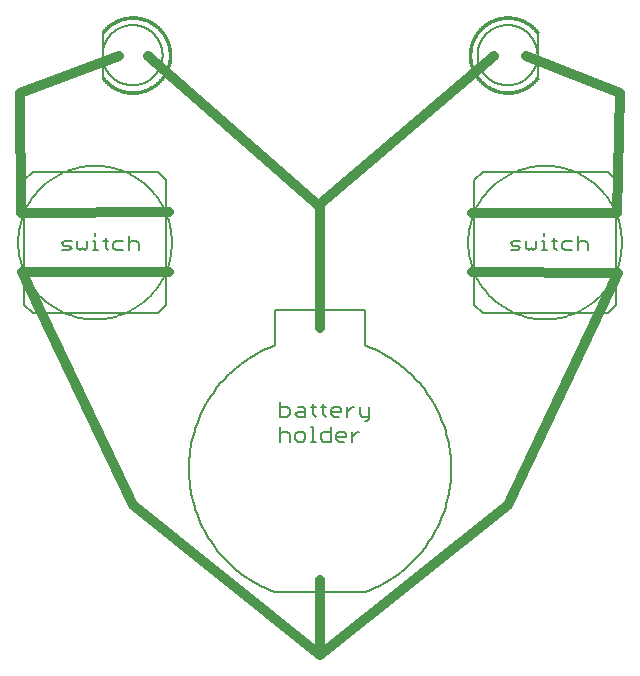
<source format=gto>
G75*
%MOIN*%
%OFA0B0*%
%FSLAX25Y25*%
%IPPOS*%
%LPD*%
%AMOC8*
5,1,8,0,0,1.08239X$1,22.5*
%
%ADD10C,0.03200*%
%ADD11C,0.00700*%
%ADD12C,0.00800*%
%ADD13C,0.00600*%
%ADD14C,0.00100*%
%ADD15C,0.00500*%
D10*
X0068264Y0064300D02*
X0130764Y0014300D01*
X0193264Y0064300D01*
X0229977Y0141761D01*
X0181551Y0142154D01*
X0181551Y0161643D02*
X0229780Y0161643D01*
X0230764Y0201800D01*
X0199268Y0214005D01*
X0188638Y0214005D02*
X0130764Y0164595D01*
X0130764Y0123454D01*
X0130370Y0164005D02*
X0073480Y0214005D01*
X0063638Y0214005D02*
X0030764Y0201800D01*
X0030961Y0161643D01*
X0080567Y0162036D01*
X0080370Y0141957D02*
X0031354Y0141957D01*
X0068264Y0064300D01*
X0130764Y0039300D02*
X0130764Y0014300D01*
D11*
X0131902Y0085418D02*
X0131085Y0086235D01*
X0131085Y0087870D01*
X0131902Y0088687D01*
X0134354Y0088687D01*
X0134354Y0090322D02*
X0134354Y0085418D01*
X0131902Y0085418D01*
X0129282Y0085418D02*
X0127647Y0085418D01*
X0128465Y0085418D02*
X0128465Y0090322D01*
X0127647Y0090322D01*
X0125760Y0087870D02*
X0124943Y0088687D01*
X0123308Y0088687D01*
X0122491Y0087870D01*
X0122491Y0086235D01*
X0123308Y0085418D01*
X0124943Y0085418D01*
X0125760Y0086235D01*
X0125760Y0087870D01*
X0120604Y0087870D02*
X0120604Y0085418D01*
X0120604Y0087870D02*
X0119787Y0088687D01*
X0118152Y0088687D01*
X0117334Y0087870D01*
X0117334Y0090322D02*
X0117334Y0085418D01*
X0117334Y0093818D02*
X0119787Y0093818D01*
X0120604Y0094635D01*
X0120604Y0096270D01*
X0119787Y0097087D01*
X0117334Y0097087D01*
X0117334Y0098722D02*
X0117334Y0093818D01*
X0122491Y0094635D02*
X0123308Y0095452D01*
X0125760Y0095452D01*
X0125760Y0096270D02*
X0125760Y0093818D01*
X0123308Y0093818D01*
X0122491Y0094635D01*
X0123308Y0097087D02*
X0124943Y0097087D01*
X0125760Y0096270D01*
X0127647Y0097087D02*
X0129282Y0097087D01*
X0128465Y0097905D02*
X0128465Y0094635D01*
X0129282Y0093818D01*
X0131902Y0094635D02*
X0132720Y0093818D01*
X0131902Y0094635D02*
X0131902Y0097905D01*
X0131085Y0097087D02*
X0132720Y0097087D01*
X0134522Y0096270D02*
X0135340Y0097087D01*
X0136974Y0097087D01*
X0137792Y0096270D01*
X0137792Y0095452D01*
X0134522Y0095452D01*
X0134522Y0094635D02*
X0134522Y0096270D01*
X0134522Y0094635D02*
X0135340Y0093818D01*
X0136974Y0093818D01*
X0139679Y0093818D02*
X0139679Y0097087D01*
X0139679Y0095452D02*
X0141314Y0097087D01*
X0142131Y0097087D01*
X0143976Y0097087D02*
X0143976Y0094635D01*
X0144793Y0093818D01*
X0147245Y0093818D01*
X0147245Y0093000D02*
X0146428Y0092183D01*
X0145611Y0092183D01*
X0147245Y0093000D02*
X0147245Y0097087D01*
X0143850Y0088687D02*
X0143032Y0088687D01*
X0141398Y0087052D01*
X0141398Y0085418D02*
X0141398Y0088687D01*
X0139511Y0087870D02*
X0139511Y0087052D01*
X0136241Y0087052D01*
X0136241Y0086235D02*
X0136241Y0087870D01*
X0137059Y0088687D01*
X0138693Y0088687D01*
X0139511Y0087870D01*
X0138693Y0085418D02*
X0137059Y0085418D01*
X0136241Y0086235D01*
X0194303Y0149197D02*
X0196755Y0149197D01*
X0197572Y0150015D01*
X0196755Y0150832D01*
X0195120Y0150832D01*
X0194303Y0151649D01*
X0195120Y0152467D01*
X0197572Y0152467D01*
X0199459Y0152467D02*
X0199459Y0150015D01*
X0200277Y0149197D01*
X0201094Y0150015D01*
X0201911Y0149197D01*
X0202729Y0150015D01*
X0202729Y0152467D01*
X0204616Y0152467D02*
X0205433Y0152467D01*
X0205433Y0149197D01*
X0204616Y0149197D02*
X0206250Y0149197D01*
X0208871Y0150015D02*
X0209688Y0149197D01*
X0208871Y0150015D02*
X0208871Y0153284D01*
X0209688Y0152467D02*
X0208053Y0152467D01*
X0205433Y0154101D02*
X0205433Y0154919D01*
X0211491Y0151649D02*
X0211491Y0150015D01*
X0212308Y0149197D01*
X0214760Y0149197D01*
X0216647Y0149197D02*
X0216647Y0154101D01*
X0217465Y0152467D02*
X0216647Y0151649D01*
X0217465Y0152467D02*
X0219099Y0152467D01*
X0219917Y0151649D01*
X0219917Y0149197D01*
X0214760Y0152467D02*
X0212308Y0152467D01*
X0211491Y0151649D01*
X0070310Y0151649D02*
X0070310Y0149197D01*
X0070310Y0151649D02*
X0069493Y0152467D01*
X0067858Y0152467D01*
X0067041Y0151649D01*
X0065154Y0152467D02*
X0062702Y0152467D01*
X0061885Y0151649D01*
X0061885Y0150015D01*
X0062702Y0149197D01*
X0065154Y0149197D01*
X0067041Y0149197D02*
X0067041Y0154101D01*
X0060082Y0152467D02*
X0058447Y0152467D01*
X0059264Y0153284D02*
X0059264Y0150015D01*
X0060082Y0149197D01*
X0056644Y0149197D02*
X0055009Y0149197D01*
X0055827Y0149197D02*
X0055827Y0152467D01*
X0055009Y0152467D01*
X0055827Y0154101D02*
X0055827Y0154919D01*
X0053122Y0152467D02*
X0053122Y0150015D01*
X0052305Y0149197D01*
X0051488Y0150015D01*
X0050670Y0149197D01*
X0049853Y0150015D01*
X0049853Y0152467D01*
X0047966Y0152467D02*
X0045514Y0152467D01*
X0044697Y0151649D01*
X0045514Y0150832D01*
X0047149Y0150832D01*
X0047966Y0150015D01*
X0047149Y0149197D01*
X0044697Y0149197D01*
D12*
X0058264Y0206800D02*
X0058264Y0221800D01*
X0115803Y0129241D02*
X0145725Y0129241D01*
X0145725Y0117509D01*
X0115803Y0117509D02*
X0115803Y0129241D01*
X0145724Y0117508D02*
X0146723Y0117129D01*
X0147712Y0116726D01*
X0148691Y0116299D01*
X0149659Y0115848D01*
X0150616Y0115374D01*
X0151562Y0114877D01*
X0152494Y0114356D01*
X0153414Y0113813D01*
X0154320Y0113248D01*
X0155213Y0112660D01*
X0156090Y0112051D01*
X0156953Y0111421D01*
X0157799Y0110770D01*
X0158630Y0110099D01*
X0159444Y0109407D01*
X0160241Y0108696D01*
X0161020Y0107965D01*
X0161781Y0107216D01*
X0162524Y0106448D01*
X0163248Y0105663D01*
X0163952Y0104860D01*
X0164637Y0104040D01*
X0165301Y0103203D01*
X0165945Y0102351D01*
X0166568Y0101483D01*
X0167169Y0100601D01*
X0167749Y0099703D01*
X0168306Y0098792D01*
X0168842Y0097868D01*
X0169354Y0096931D01*
X0169843Y0095981D01*
X0170310Y0095020D01*
X0170752Y0094048D01*
X0171171Y0093065D01*
X0171565Y0092073D01*
X0171936Y0091071D01*
X0172281Y0090060D01*
X0172602Y0089041D01*
X0172898Y0088015D01*
X0173169Y0086982D01*
X0173414Y0085942D01*
X0173634Y0084897D01*
X0173829Y0083847D01*
X0173998Y0082792D01*
X0174140Y0081734D01*
X0174258Y0080672D01*
X0174349Y0079608D01*
X0174414Y0078541D01*
X0174453Y0077474D01*
X0174466Y0076406D01*
X0174453Y0075338D01*
X0174414Y0074271D01*
X0174349Y0073204D01*
X0174258Y0072140D01*
X0174140Y0071078D01*
X0173998Y0070020D01*
X0173829Y0068965D01*
X0173634Y0067915D01*
X0173414Y0066870D01*
X0173169Y0065830D01*
X0172898Y0064797D01*
X0172602Y0063771D01*
X0172281Y0062752D01*
X0171936Y0061741D01*
X0171565Y0060739D01*
X0171171Y0059747D01*
X0170752Y0058764D01*
X0170310Y0057792D01*
X0169843Y0056831D01*
X0169354Y0055881D01*
X0168842Y0054944D01*
X0168306Y0054020D01*
X0167749Y0053109D01*
X0167169Y0052211D01*
X0166568Y0051329D01*
X0165945Y0050461D01*
X0165301Y0049609D01*
X0164637Y0048772D01*
X0163952Y0047952D01*
X0163248Y0047149D01*
X0162524Y0046364D01*
X0161781Y0045596D01*
X0161020Y0044847D01*
X0160241Y0044116D01*
X0159444Y0043405D01*
X0158630Y0042713D01*
X0157799Y0042042D01*
X0156953Y0041391D01*
X0156090Y0040761D01*
X0155213Y0040152D01*
X0154320Y0039564D01*
X0153414Y0038999D01*
X0152494Y0038456D01*
X0151562Y0037935D01*
X0150616Y0037438D01*
X0149659Y0036964D01*
X0148691Y0036513D01*
X0147712Y0036086D01*
X0146723Y0035683D01*
X0145724Y0035304D01*
X0145725Y0035304D02*
X0115803Y0035304D01*
X0115804Y0035304D02*
X0114805Y0035683D01*
X0113816Y0036086D01*
X0112837Y0036513D01*
X0111869Y0036964D01*
X0110912Y0037438D01*
X0109966Y0037935D01*
X0109034Y0038456D01*
X0108114Y0038999D01*
X0107208Y0039564D01*
X0106315Y0040152D01*
X0105438Y0040761D01*
X0104575Y0041391D01*
X0103729Y0042042D01*
X0102898Y0042713D01*
X0102084Y0043405D01*
X0101287Y0044116D01*
X0100508Y0044847D01*
X0099747Y0045596D01*
X0099004Y0046364D01*
X0098280Y0047149D01*
X0097576Y0047952D01*
X0096891Y0048772D01*
X0096227Y0049609D01*
X0095583Y0050461D01*
X0094960Y0051329D01*
X0094359Y0052211D01*
X0093779Y0053109D01*
X0093222Y0054020D01*
X0092686Y0054944D01*
X0092174Y0055881D01*
X0091685Y0056831D01*
X0091218Y0057792D01*
X0090776Y0058764D01*
X0090357Y0059747D01*
X0089963Y0060739D01*
X0089592Y0061741D01*
X0089247Y0062752D01*
X0088926Y0063771D01*
X0088630Y0064797D01*
X0088359Y0065830D01*
X0088114Y0066870D01*
X0087894Y0067915D01*
X0087699Y0068965D01*
X0087530Y0070020D01*
X0087388Y0071078D01*
X0087270Y0072140D01*
X0087179Y0073204D01*
X0087114Y0074271D01*
X0087075Y0075338D01*
X0087062Y0076406D01*
X0087075Y0077474D01*
X0087114Y0078541D01*
X0087179Y0079608D01*
X0087270Y0080672D01*
X0087388Y0081734D01*
X0087530Y0082792D01*
X0087699Y0083847D01*
X0087894Y0084897D01*
X0088114Y0085942D01*
X0088359Y0086982D01*
X0088630Y0088015D01*
X0088926Y0089041D01*
X0089247Y0090060D01*
X0089592Y0091071D01*
X0089963Y0092073D01*
X0090357Y0093065D01*
X0090776Y0094048D01*
X0091218Y0095020D01*
X0091685Y0095981D01*
X0092174Y0096931D01*
X0092686Y0097868D01*
X0093222Y0098792D01*
X0093779Y0099703D01*
X0094359Y0100601D01*
X0094960Y0101483D01*
X0095583Y0102351D01*
X0096227Y0103203D01*
X0096891Y0104040D01*
X0097576Y0104860D01*
X0098280Y0105663D01*
X0099004Y0106448D01*
X0099747Y0107216D01*
X0100508Y0107965D01*
X0101287Y0108696D01*
X0102084Y0109407D01*
X0102898Y0110099D01*
X0103729Y0110770D01*
X0104575Y0111421D01*
X0105438Y0112051D01*
X0106315Y0112660D01*
X0107208Y0113248D01*
X0108114Y0113813D01*
X0109034Y0114356D01*
X0109966Y0114877D01*
X0110912Y0115374D01*
X0111869Y0115848D01*
X0112837Y0116299D01*
X0113816Y0116726D01*
X0114805Y0117129D01*
X0115804Y0117508D01*
X0203264Y0206800D02*
X0203264Y0221800D01*
D13*
X0183264Y0214300D02*
X0183267Y0214545D01*
X0183276Y0214791D01*
X0183291Y0215036D01*
X0183312Y0215280D01*
X0183339Y0215524D01*
X0183372Y0215767D01*
X0183411Y0216010D01*
X0183456Y0216251D01*
X0183507Y0216491D01*
X0183564Y0216730D01*
X0183626Y0216967D01*
X0183695Y0217203D01*
X0183769Y0217437D01*
X0183849Y0217669D01*
X0183934Y0217899D01*
X0184025Y0218127D01*
X0184122Y0218352D01*
X0184224Y0218576D01*
X0184332Y0218796D01*
X0184445Y0219014D01*
X0184563Y0219229D01*
X0184687Y0219441D01*
X0184815Y0219650D01*
X0184949Y0219856D01*
X0185088Y0220058D01*
X0185232Y0220257D01*
X0185381Y0220452D01*
X0185534Y0220644D01*
X0185692Y0220832D01*
X0185854Y0221016D01*
X0186022Y0221195D01*
X0186193Y0221371D01*
X0186369Y0221542D01*
X0186548Y0221710D01*
X0186732Y0221872D01*
X0186920Y0222030D01*
X0187112Y0222183D01*
X0187307Y0222332D01*
X0187506Y0222476D01*
X0187708Y0222615D01*
X0187914Y0222749D01*
X0188123Y0222877D01*
X0188335Y0223001D01*
X0188550Y0223119D01*
X0188768Y0223232D01*
X0188988Y0223340D01*
X0189212Y0223442D01*
X0189437Y0223539D01*
X0189665Y0223630D01*
X0189895Y0223715D01*
X0190127Y0223795D01*
X0190361Y0223869D01*
X0190597Y0223938D01*
X0190834Y0224000D01*
X0191073Y0224057D01*
X0191313Y0224108D01*
X0191554Y0224153D01*
X0191797Y0224192D01*
X0192040Y0224225D01*
X0192284Y0224252D01*
X0192528Y0224273D01*
X0192773Y0224288D01*
X0193019Y0224297D01*
X0193264Y0224300D01*
X0193509Y0224297D01*
X0193755Y0224288D01*
X0194000Y0224273D01*
X0194244Y0224252D01*
X0194488Y0224225D01*
X0194731Y0224192D01*
X0194974Y0224153D01*
X0195215Y0224108D01*
X0195455Y0224057D01*
X0195694Y0224000D01*
X0195931Y0223938D01*
X0196167Y0223869D01*
X0196401Y0223795D01*
X0196633Y0223715D01*
X0196863Y0223630D01*
X0197091Y0223539D01*
X0197316Y0223442D01*
X0197540Y0223340D01*
X0197760Y0223232D01*
X0197978Y0223119D01*
X0198193Y0223001D01*
X0198405Y0222877D01*
X0198614Y0222749D01*
X0198820Y0222615D01*
X0199022Y0222476D01*
X0199221Y0222332D01*
X0199416Y0222183D01*
X0199608Y0222030D01*
X0199796Y0221872D01*
X0199980Y0221710D01*
X0200159Y0221542D01*
X0200335Y0221371D01*
X0200506Y0221195D01*
X0200674Y0221016D01*
X0200836Y0220832D01*
X0200994Y0220644D01*
X0201147Y0220452D01*
X0201296Y0220257D01*
X0201440Y0220058D01*
X0201579Y0219856D01*
X0201713Y0219650D01*
X0201841Y0219441D01*
X0201965Y0219229D01*
X0202083Y0219014D01*
X0202196Y0218796D01*
X0202304Y0218576D01*
X0202406Y0218352D01*
X0202503Y0218127D01*
X0202594Y0217899D01*
X0202679Y0217669D01*
X0202759Y0217437D01*
X0202833Y0217203D01*
X0202902Y0216967D01*
X0202964Y0216730D01*
X0203021Y0216491D01*
X0203072Y0216251D01*
X0203117Y0216010D01*
X0203156Y0215767D01*
X0203189Y0215524D01*
X0203216Y0215280D01*
X0203237Y0215036D01*
X0203252Y0214791D01*
X0203261Y0214545D01*
X0203264Y0214300D01*
X0203261Y0214055D01*
X0203252Y0213809D01*
X0203237Y0213564D01*
X0203216Y0213320D01*
X0203189Y0213076D01*
X0203156Y0212833D01*
X0203117Y0212590D01*
X0203072Y0212349D01*
X0203021Y0212109D01*
X0202964Y0211870D01*
X0202902Y0211633D01*
X0202833Y0211397D01*
X0202759Y0211163D01*
X0202679Y0210931D01*
X0202594Y0210701D01*
X0202503Y0210473D01*
X0202406Y0210248D01*
X0202304Y0210024D01*
X0202196Y0209804D01*
X0202083Y0209586D01*
X0201965Y0209371D01*
X0201841Y0209159D01*
X0201713Y0208950D01*
X0201579Y0208744D01*
X0201440Y0208542D01*
X0201296Y0208343D01*
X0201147Y0208148D01*
X0200994Y0207956D01*
X0200836Y0207768D01*
X0200674Y0207584D01*
X0200506Y0207405D01*
X0200335Y0207229D01*
X0200159Y0207058D01*
X0199980Y0206890D01*
X0199796Y0206728D01*
X0199608Y0206570D01*
X0199416Y0206417D01*
X0199221Y0206268D01*
X0199022Y0206124D01*
X0198820Y0205985D01*
X0198614Y0205851D01*
X0198405Y0205723D01*
X0198193Y0205599D01*
X0197978Y0205481D01*
X0197760Y0205368D01*
X0197540Y0205260D01*
X0197316Y0205158D01*
X0197091Y0205061D01*
X0196863Y0204970D01*
X0196633Y0204885D01*
X0196401Y0204805D01*
X0196167Y0204731D01*
X0195931Y0204662D01*
X0195694Y0204600D01*
X0195455Y0204543D01*
X0195215Y0204492D01*
X0194974Y0204447D01*
X0194731Y0204408D01*
X0194488Y0204375D01*
X0194244Y0204348D01*
X0194000Y0204327D01*
X0193755Y0204312D01*
X0193509Y0204303D01*
X0193264Y0204300D01*
X0193019Y0204303D01*
X0192773Y0204312D01*
X0192528Y0204327D01*
X0192284Y0204348D01*
X0192040Y0204375D01*
X0191797Y0204408D01*
X0191554Y0204447D01*
X0191313Y0204492D01*
X0191073Y0204543D01*
X0190834Y0204600D01*
X0190597Y0204662D01*
X0190361Y0204731D01*
X0190127Y0204805D01*
X0189895Y0204885D01*
X0189665Y0204970D01*
X0189437Y0205061D01*
X0189212Y0205158D01*
X0188988Y0205260D01*
X0188768Y0205368D01*
X0188550Y0205481D01*
X0188335Y0205599D01*
X0188123Y0205723D01*
X0187914Y0205851D01*
X0187708Y0205985D01*
X0187506Y0206124D01*
X0187307Y0206268D01*
X0187112Y0206417D01*
X0186920Y0206570D01*
X0186732Y0206728D01*
X0186548Y0206890D01*
X0186369Y0207058D01*
X0186193Y0207229D01*
X0186022Y0207405D01*
X0185854Y0207584D01*
X0185692Y0207768D01*
X0185534Y0207956D01*
X0185381Y0208148D01*
X0185232Y0208343D01*
X0185088Y0208542D01*
X0184949Y0208744D01*
X0184815Y0208950D01*
X0184687Y0209159D01*
X0184563Y0209371D01*
X0184445Y0209586D01*
X0184332Y0209804D01*
X0184224Y0210024D01*
X0184122Y0210248D01*
X0184025Y0210473D01*
X0183934Y0210701D01*
X0183849Y0210931D01*
X0183769Y0211163D01*
X0183695Y0211397D01*
X0183626Y0211633D01*
X0183564Y0211870D01*
X0183507Y0212109D01*
X0183456Y0212349D01*
X0183411Y0212590D01*
X0183372Y0212833D01*
X0183339Y0213076D01*
X0183312Y0213320D01*
X0183291Y0213564D01*
X0183276Y0213809D01*
X0183267Y0214055D01*
X0183264Y0214300D01*
X0058264Y0214300D02*
X0058267Y0214545D01*
X0058276Y0214791D01*
X0058291Y0215036D01*
X0058312Y0215280D01*
X0058339Y0215524D01*
X0058372Y0215767D01*
X0058411Y0216010D01*
X0058456Y0216251D01*
X0058507Y0216491D01*
X0058564Y0216730D01*
X0058626Y0216967D01*
X0058695Y0217203D01*
X0058769Y0217437D01*
X0058849Y0217669D01*
X0058934Y0217899D01*
X0059025Y0218127D01*
X0059122Y0218352D01*
X0059224Y0218576D01*
X0059332Y0218796D01*
X0059445Y0219014D01*
X0059563Y0219229D01*
X0059687Y0219441D01*
X0059815Y0219650D01*
X0059949Y0219856D01*
X0060088Y0220058D01*
X0060232Y0220257D01*
X0060381Y0220452D01*
X0060534Y0220644D01*
X0060692Y0220832D01*
X0060854Y0221016D01*
X0061022Y0221195D01*
X0061193Y0221371D01*
X0061369Y0221542D01*
X0061548Y0221710D01*
X0061732Y0221872D01*
X0061920Y0222030D01*
X0062112Y0222183D01*
X0062307Y0222332D01*
X0062506Y0222476D01*
X0062708Y0222615D01*
X0062914Y0222749D01*
X0063123Y0222877D01*
X0063335Y0223001D01*
X0063550Y0223119D01*
X0063768Y0223232D01*
X0063988Y0223340D01*
X0064212Y0223442D01*
X0064437Y0223539D01*
X0064665Y0223630D01*
X0064895Y0223715D01*
X0065127Y0223795D01*
X0065361Y0223869D01*
X0065597Y0223938D01*
X0065834Y0224000D01*
X0066073Y0224057D01*
X0066313Y0224108D01*
X0066554Y0224153D01*
X0066797Y0224192D01*
X0067040Y0224225D01*
X0067284Y0224252D01*
X0067528Y0224273D01*
X0067773Y0224288D01*
X0068019Y0224297D01*
X0068264Y0224300D01*
X0068509Y0224297D01*
X0068755Y0224288D01*
X0069000Y0224273D01*
X0069244Y0224252D01*
X0069488Y0224225D01*
X0069731Y0224192D01*
X0069974Y0224153D01*
X0070215Y0224108D01*
X0070455Y0224057D01*
X0070694Y0224000D01*
X0070931Y0223938D01*
X0071167Y0223869D01*
X0071401Y0223795D01*
X0071633Y0223715D01*
X0071863Y0223630D01*
X0072091Y0223539D01*
X0072316Y0223442D01*
X0072540Y0223340D01*
X0072760Y0223232D01*
X0072978Y0223119D01*
X0073193Y0223001D01*
X0073405Y0222877D01*
X0073614Y0222749D01*
X0073820Y0222615D01*
X0074022Y0222476D01*
X0074221Y0222332D01*
X0074416Y0222183D01*
X0074608Y0222030D01*
X0074796Y0221872D01*
X0074980Y0221710D01*
X0075159Y0221542D01*
X0075335Y0221371D01*
X0075506Y0221195D01*
X0075674Y0221016D01*
X0075836Y0220832D01*
X0075994Y0220644D01*
X0076147Y0220452D01*
X0076296Y0220257D01*
X0076440Y0220058D01*
X0076579Y0219856D01*
X0076713Y0219650D01*
X0076841Y0219441D01*
X0076965Y0219229D01*
X0077083Y0219014D01*
X0077196Y0218796D01*
X0077304Y0218576D01*
X0077406Y0218352D01*
X0077503Y0218127D01*
X0077594Y0217899D01*
X0077679Y0217669D01*
X0077759Y0217437D01*
X0077833Y0217203D01*
X0077902Y0216967D01*
X0077964Y0216730D01*
X0078021Y0216491D01*
X0078072Y0216251D01*
X0078117Y0216010D01*
X0078156Y0215767D01*
X0078189Y0215524D01*
X0078216Y0215280D01*
X0078237Y0215036D01*
X0078252Y0214791D01*
X0078261Y0214545D01*
X0078264Y0214300D01*
X0078261Y0214055D01*
X0078252Y0213809D01*
X0078237Y0213564D01*
X0078216Y0213320D01*
X0078189Y0213076D01*
X0078156Y0212833D01*
X0078117Y0212590D01*
X0078072Y0212349D01*
X0078021Y0212109D01*
X0077964Y0211870D01*
X0077902Y0211633D01*
X0077833Y0211397D01*
X0077759Y0211163D01*
X0077679Y0210931D01*
X0077594Y0210701D01*
X0077503Y0210473D01*
X0077406Y0210248D01*
X0077304Y0210024D01*
X0077196Y0209804D01*
X0077083Y0209586D01*
X0076965Y0209371D01*
X0076841Y0209159D01*
X0076713Y0208950D01*
X0076579Y0208744D01*
X0076440Y0208542D01*
X0076296Y0208343D01*
X0076147Y0208148D01*
X0075994Y0207956D01*
X0075836Y0207768D01*
X0075674Y0207584D01*
X0075506Y0207405D01*
X0075335Y0207229D01*
X0075159Y0207058D01*
X0074980Y0206890D01*
X0074796Y0206728D01*
X0074608Y0206570D01*
X0074416Y0206417D01*
X0074221Y0206268D01*
X0074022Y0206124D01*
X0073820Y0205985D01*
X0073614Y0205851D01*
X0073405Y0205723D01*
X0073193Y0205599D01*
X0072978Y0205481D01*
X0072760Y0205368D01*
X0072540Y0205260D01*
X0072316Y0205158D01*
X0072091Y0205061D01*
X0071863Y0204970D01*
X0071633Y0204885D01*
X0071401Y0204805D01*
X0071167Y0204731D01*
X0070931Y0204662D01*
X0070694Y0204600D01*
X0070455Y0204543D01*
X0070215Y0204492D01*
X0069974Y0204447D01*
X0069731Y0204408D01*
X0069488Y0204375D01*
X0069244Y0204348D01*
X0069000Y0204327D01*
X0068755Y0204312D01*
X0068509Y0204303D01*
X0068264Y0204300D01*
X0068019Y0204303D01*
X0067773Y0204312D01*
X0067528Y0204327D01*
X0067284Y0204348D01*
X0067040Y0204375D01*
X0066797Y0204408D01*
X0066554Y0204447D01*
X0066313Y0204492D01*
X0066073Y0204543D01*
X0065834Y0204600D01*
X0065597Y0204662D01*
X0065361Y0204731D01*
X0065127Y0204805D01*
X0064895Y0204885D01*
X0064665Y0204970D01*
X0064437Y0205061D01*
X0064212Y0205158D01*
X0063988Y0205260D01*
X0063768Y0205368D01*
X0063550Y0205481D01*
X0063335Y0205599D01*
X0063123Y0205723D01*
X0062914Y0205851D01*
X0062708Y0205985D01*
X0062506Y0206124D01*
X0062307Y0206268D01*
X0062112Y0206417D01*
X0061920Y0206570D01*
X0061732Y0206728D01*
X0061548Y0206890D01*
X0061369Y0207058D01*
X0061193Y0207229D01*
X0061022Y0207405D01*
X0060854Y0207584D01*
X0060692Y0207768D01*
X0060534Y0207956D01*
X0060381Y0208148D01*
X0060232Y0208343D01*
X0060088Y0208542D01*
X0059949Y0208744D01*
X0059815Y0208950D01*
X0059687Y0209159D01*
X0059563Y0209371D01*
X0059445Y0209586D01*
X0059332Y0209804D01*
X0059224Y0210024D01*
X0059122Y0210248D01*
X0059025Y0210473D01*
X0058934Y0210701D01*
X0058849Y0210931D01*
X0058769Y0211163D01*
X0058695Y0211397D01*
X0058626Y0211633D01*
X0058564Y0211870D01*
X0058507Y0212109D01*
X0058456Y0212349D01*
X0058411Y0212590D01*
X0058372Y0212833D01*
X0058339Y0213076D01*
X0058312Y0213320D01*
X0058291Y0213564D01*
X0058276Y0213809D01*
X0058267Y0214055D01*
X0058264Y0214300D01*
D14*
X0057935Y0206491D02*
X0058655Y0207031D01*
X0058654Y0207030D02*
X0058835Y0206797D01*
X0059021Y0206569D01*
X0059213Y0206345D01*
X0059410Y0206126D01*
X0059612Y0205912D01*
X0059820Y0205703D01*
X0060033Y0205500D01*
X0060250Y0205301D01*
X0060473Y0205108D01*
X0060700Y0204920D01*
X0060931Y0204738D01*
X0061167Y0204561D01*
X0061408Y0204391D01*
X0061652Y0204226D01*
X0061900Y0204068D01*
X0062152Y0203915D01*
X0062408Y0203769D01*
X0062667Y0203629D01*
X0062930Y0203495D01*
X0063195Y0203368D01*
X0063464Y0203247D01*
X0063736Y0203133D01*
X0064010Y0203026D01*
X0064287Y0202925D01*
X0064566Y0202831D01*
X0064848Y0202744D01*
X0065131Y0202664D01*
X0065417Y0202591D01*
X0065704Y0202525D01*
X0065993Y0202466D01*
X0066283Y0202414D01*
X0066574Y0202369D01*
X0066866Y0202331D01*
X0067159Y0202301D01*
X0067453Y0202277D01*
X0067747Y0202261D01*
X0068041Y0202252D01*
X0068336Y0202250D01*
X0068631Y0202256D01*
X0068925Y0202268D01*
X0069219Y0202288D01*
X0069512Y0202315D01*
X0069805Y0202349D01*
X0070097Y0202390D01*
X0070387Y0202439D01*
X0070677Y0202494D01*
X0070964Y0202556D01*
X0071251Y0202626D01*
X0071535Y0202703D01*
X0071818Y0202786D01*
X0072098Y0202876D01*
X0072376Y0202973D01*
X0072652Y0203077D01*
X0072925Y0203188D01*
X0073195Y0203305D01*
X0073463Y0203429D01*
X0073727Y0203559D01*
X0073988Y0203696D01*
X0074245Y0203839D01*
X0074499Y0203989D01*
X0074750Y0204144D01*
X0074996Y0204306D01*
X0075238Y0204473D01*
X0075476Y0204647D01*
X0075710Y0204826D01*
X0075940Y0205011D01*
X0076164Y0205201D01*
X0076385Y0205397D01*
X0076600Y0205598D01*
X0076810Y0205805D01*
X0077015Y0206016D01*
X0077215Y0206233D01*
X0077410Y0206454D01*
X0077599Y0206680D01*
X0077782Y0206910D01*
X0077960Y0207145D01*
X0078132Y0207385D01*
X0078298Y0207628D01*
X0078458Y0207875D01*
X0078612Y0208126D01*
X0078760Y0208381D01*
X0078902Y0208640D01*
X0079037Y0208901D01*
X0079166Y0209166D01*
X0079288Y0209434D01*
X0079404Y0209705D01*
X0079513Y0209979D01*
X0079615Y0210255D01*
X0079710Y0210534D01*
X0079799Y0210815D01*
X0079881Y0211098D01*
X0079956Y0211383D01*
X0080023Y0211670D01*
X0080084Y0211958D01*
X0080138Y0212248D01*
X0080185Y0212539D01*
X0080224Y0212831D01*
X0080256Y0213123D01*
X0080282Y0213417D01*
X0080300Y0213711D01*
X0080310Y0214005D01*
X0080314Y0214300D01*
X0080310Y0214595D01*
X0080300Y0214889D01*
X0080282Y0215183D01*
X0080256Y0215477D01*
X0080224Y0215769D01*
X0080185Y0216061D01*
X0080138Y0216352D01*
X0080084Y0216642D01*
X0080023Y0216930D01*
X0079956Y0217217D01*
X0079881Y0217502D01*
X0079799Y0217785D01*
X0079710Y0218066D01*
X0079615Y0218345D01*
X0079513Y0218621D01*
X0079404Y0218895D01*
X0079288Y0219166D01*
X0079166Y0219434D01*
X0079037Y0219699D01*
X0078902Y0219960D01*
X0078760Y0220219D01*
X0078612Y0220474D01*
X0078458Y0220725D01*
X0078298Y0220972D01*
X0078132Y0221215D01*
X0077960Y0221455D01*
X0077782Y0221690D01*
X0077599Y0221920D01*
X0077410Y0222146D01*
X0077215Y0222367D01*
X0077015Y0222584D01*
X0076810Y0222795D01*
X0076600Y0223002D01*
X0076385Y0223203D01*
X0076164Y0223399D01*
X0075940Y0223589D01*
X0075710Y0223774D01*
X0075476Y0223953D01*
X0075238Y0224127D01*
X0074996Y0224294D01*
X0074750Y0224456D01*
X0074499Y0224611D01*
X0074245Y0224761D01*
X0073988Y0224904D01*
X0073727Y0225041D01*
X0073463Y0225171D01*
X0073195Y0225295D01*
X0072925Y0225412D01*
X0072652Y0225523D01*
X0072376Y0225627D01*
X0072098Y0225724D01*
X0071818Y0225814D01*
X0071535Y0225897D01*
X0071251Y0225974D01*
X0070964Y0226044D01*
X0070677Y0226106D01*
X0070387Y0226161D01*
X0070097Y0226210D01*
X0069805Y0226251D01*
X0069512Y0226285D01*
X0069219Y0226312D01*
X0068925Y0226332D01*
X0068631Y0226344D01*
X0068336Y0226350D01*
X0068041Y0226348D01*
X0067747Y0226339D01*
X0067453Y0226323D01*
X0067159Y0226299D01*
X0066866Y0226269D01*
X0066574Y0226231D01*
X0066283Y0226186D01*
X0065993Y0226134D01*
X0065704Y0226075D01*
X0065417Y0226009D01*
X0065131Y0225936D01*
X0064848Y0225856D01*
X0064566Y0225769D01*
X0064287Y0225675D01*
X0064010Y0225574D01*
X0063736Y0225467D01*
X0063464Y0225353D01*
X0063195Y0225232D01*
X0062930Y0225105D01*
X0062667Y0224971D01*
X0062408Y0224831D01*
X0062152Y0224685D01*
X0061900Y0224532D01*
X0061652Y0224374D01*
X0061408Y0224209D01*
X0061167Y0224039D01*
X0060931Y0223862D01*
X0060700Y0223680D01*
X0060473Y0223492D01*
X0060250Y0223299D01*
X0060033Y0223100D01*
X0059820Y0222897D01*
X0059612Y0222688D01*
X0059410Y0222474D01*
X0059213Y0222255D01*
X0059021Y0222031D01*
X0058835Y0221803D01*
X0058654Y0221570D01*
X0057935Y0222109D01*
X0057934Y0222110D01*
X0058128Y0222360D01*
X0058328Y0222606D01*
X0058534Y0222846D01*
X0058746Y0223081D01*
X0058964Y0223311D01*
X0059187Y0223536D01*
X0059415Y0223755D01*
X0059649Y0223969D01*
X0059888Y0224177D01*
X0060132Y0224379D01*
X0060381Y0224574D01*
X0060635Y0224764D01*
X0060893Y0224947D01*
X0061155Y0225124D01*
X0061422Y0225295D01*
X0061693Y0225459D01*
X0061968Y0225616D01*
X0062246Y0225767D01*
X0062529Y0225911D01*
X0062814Y0226047D01*
X0063103Y0226177D01*
X0063395Y0226300D01*
X0063690Y0226415D01*
X0063987Y0226523D01*
X0064288Y0226624D01*
X0064590Y0226718D01*
X0064895Y0226804D01*
X0065202Y0226883D01*
X0065510Y0226954D01*
X0065820Y0227017D01*
X0066132Y0227073D01*
X0066445Y0227122D01*
X0066759Y0227162D01*
X0067074Y0227195D01*
X0067390Y0227220D01*
X0067706Y0227238D01*
X0068022Y0227248D01*
X0068339Y0227250D01*
X0068656Y0227244D01*
X0068972Y0227231D01*
X0069288Y0227209D01*
X0069603Y0227181D01*
X0069918Y0227144D01*
X0070231Y0227100D01*
X0070544Y0227048D01*
X0070855Y0226988D01*
X0071164Y0226921D01*
X0071472Y0226846D01*
X0071778Y0226764D01*
X0072081Y0226675D01*
X0072383Y0226578D01*
X0072682Y0226473D01*
X0072978Y0226361D01*
X0073272Y0226243D01*
X0073562Y0226117D01*
X0073849Y0225984D01*
X0074134Y0225843D01*
X0074414Y0225696D01*
X0074691Y0225543D01*
X0074964Y0225382D01*
X0075233Y0225215D01*
X0075498Y0225041D01*
X0075758Y0224861D01*
X0076014Y0224675D01*
X0076265Y0224482D01*
X0076512Y0224284D01*
X0076754Y0224079D01*
X0076990Y0223869D01*
X0077222Y0223652D01*
X0077447Y0223430D01*
X0077668Y0223203D01*
X0077883Y0222971D01*
X0078092Y0222733D01*
X0078295Y0222490D01*
X0078493Y0222242D01*
X0078684Y0221990D01*
X0078869Y0221733D01*
X0079047Y0221471D01*
X0079219Y0221205D01*
X0079385Y0220936D01*
X0079544Y0220662D01*
X0079696Y0220384D01*
X0079841Y0220103D01*
X0079980Y0219818D01*
X0080111Y0219530D01*
X0080235Y0219238D01*
X0080353Y0218944D01*
X0080463Y0218647D01*
X0080565Y0218348D01*
X0080660Y0218046D01*
X0080748Y0217742D01*
X0080829Y0217435D01*
X0080902Y0217127D01*
X0080967Y0216817D01*
X0081025Y0216506D01*
X0081075Y0216193D01*
X0081117Y0215879D01*
X0081152Y0215565D01*
X0081179Y0215249D01*
X0081199Y0214933D01*
X0081210Y0214617D01*
X0081214Y0214300D01*
X0081210Y0213983D01*
X0081199Y0213667D01*
X0081179Y0213351D01*
X0081152Y0213035D01*
X0081117Y0212721D01*
X0081075Y0212407D01*
X0081025Y0212094D01*
X0080967Y0211783D01*
X0080902Y0211473D01*
X0080829Y0211165D01*
X0080748Y0210858D01*
X0080660Y0210554D01*
X0080565Y0210252D01*
X0080463Y0209953D01*
X0080353Y0209656D01*
X0080235Y0209362D01*
X0080111Y0209070D01*
X0079980Y0208782D01*
X0079841Y0208497D01*
X0079696Y0208216D01*
X0079544Y0207938D01*
X0079385Y0207664D01*
X0079219Y0207395D01*
X0079047Y0207129D01*
X0078869Y0206867D01*
X0078684Y0206610D01*
X0078493Y0206358D01*
X0078295Y0206110D01*
X0078092Y0205867D01*
X0077883Y0205629D01*
X0077668Y0205397D01*
X0077447Y0205170D01*
X0077222Y0204948D01*
X0076990Y0204731D01*
X0076754Y0204521D01*
X0076512Y0204316D01*
X0076265Y0204118D01*
X0076014Y0203925D01*
X0075758Y0203739D01*
X0075498Y0203559D01*
X0075233Y0203385D01*
X0074964Y0203218D01*
X0074691Y0203057D01*
X0074414Y0202904D01*
X0074134Y0202757D01*
X0073849Y0202616D01*
X0073562Y0202483D01*
X0073272Y0202357D01*
X0072978Y0202239D01*
X0072682Y0202127D01*
X0072383Y0202022D01*
X0072081Y0201925D01*
X0071778Y0201836D01*
X0071472Y0201754D01*
X0071164Y0201679D01*
X0070855Y0201612D01*
X0070544Y0201552D01*
X0070231Y0201500D01*
X0069918Y0201456D01*
X0069603Y0201419D01*
X0069288Y0201391D01*
X0068972Y0201369D01*
X0068656Y0201356D01*
X0068339Y0201350D01*
X0068022Y0201352D01*
X0067706Y0201362D01*
X0067390Y0201380D01*
X0067074Y0201405D01*
X0066759Y0201438D01*
X0066445Y0201478D01*
X0066132Y0201527D01*
X0065820Y0201583D01*
X0065510Y0201646D01*
X0065202Y0201717D01*
X0064895Y0201796D01*
X0064590Y0201882D01*
X0064288Y0201976D01*
X0063987Y0202077D01*
X0063690Y0202185D01*
X0063395Y0202300D01*
X0063103Y0202423D01*
X0062814Y0202553D01*
X0062529Y0202689D01*
X0062246Y0202833D01*
X0061968Y0202984D01*
X0061693Y0203141D01*
X0061422Y0203305D01*
X0061155Y0203476D01*
X0060893Y0203653D01*
X0060635Y0203836D01*
X0060381Y0204026D01*
X0060132Y0204221D01*
X0059888Y0204423D01*
X0059649Y0204631D01*
X0059415Y0204845D01*
X0059187Y0205064D01*
X0058964Y0205289D01*
X0058746Y0205519D01*
X0058534Y0205754D01*
X0058328Y0205994D01*
X0058128Y0206240D01*
X0057934Y0206490D01*
X0058009Y0206546D01*
X0058202Y0206298D01*
X0058401Y0206054D01*
X0058605Y0205816D01*
X0058815Y0205582D01*
X0059031Y0205354D01*
X0059253Y0205131D01*
X0059480Y0204913D01*
X0059712Y0204701D01*
X0059949Y0204495D01*
X0060191Y0204294D01*
X0060439Y0204100D01*
X0060690Y0203912D01*
X0060947Y0203730D01*
X0061207Y0203554D01*
X0061472Y0203385D01*
X0061741Y0203222D01*
X0062014Y0203066D01*
X0062290Y0202916D01*
X0062570Y0202774D01*
X0062854Y0202638D01*
X0063141Y0202509D01*
X0063431Y0202387D01*
X0063723Y0202273D01*
X0064019Y0202165D01*
X0064317Y0202065D01*
X0064617Y0201972D01*
X0064920Y0201887D01*
X0065224Y0201809D01*
X0065530Y0201738D01*
X0065838Y0201675D01*
X0066148Y0201619D01*
X0066458Y0201571D01*
X0066770Y0201531D01*
X0067083Y0201498D01*
X0067396Y0201473D01*
X0067710Y0201456D01*
X0068024Y0201446D01*
X0068339Y0201444D01*
X0068653Y0201450D01*
X0068967Y0201463D01*
X0069281Y0201484D01*
X0069594Y0201513D01*
X0069906Y0201549D01*
X0070217Y0201593D01*
X0070527Y0201645D01*
X0070836Y0201704D01*
X0071143Y0201771D01*
X0071449Y0201845D01*
X0071752Y0201926D01*
X0072054Y0202015D01*
X0072353Y0202112D01*
X0072650Y0202215D01*
X0072944Y0202326D01*
X0073235Y0202444D01*
X0073524Y0202569D01*
X0073809Y0202701D01*
X0074091Y0202840D01*
X0074369Y0202986D01*
X0074644Y0203139D01*
X0074915Y0203298D01*
X0075182Y0203464D01*
X0075445Y0203637D01*
X0075704Y0203815D01*
X0075958Y0204000D01*
X0076207Y0204192D01*
X0076452Y0204389D01*
X0076692Y0204592D01*
X0076927Y0204801D01*
X0077157Y0205016D01*
X0077381Y0205236D01*
X0077600Y0205461D01*
X0077813Y0205692D01*
X0078021Y0205928D01*
X0078223Y0206170D01*
X0078418Y0206415D01*
X0078608Y0206666D01*
X0078792Y0206921D01*
X0078969Y0207181D01*
X0079140Y0207445D01*
X0079304Y0207713D01*
X0079462Y0207985D01*
X0079613Y0208260D01*
X0079757Y0208540D01*
X0079895Y0208822D01*
X0080025Y0209108D01*
X0080149Y0209397D01*
X0080265Y0209690D01*
X0080374Y0209984D01*
X0080476Y0210282D01*
X0080570Y0210581D01*
X0080658Y0210884D01*
X0080738Y0211188D01*
X0080810Y0211493D01*
X0080875Y0211801D01*
X0080932Y0212110D01*
X0080982Y0212421D01*
X0081024Y0212732D01*
X0081059Y0213045D01*
X0081085Y0213358D01*
X0081105Y0213672D01*
X0081116Y0213986D01*
X0081120Y0214300D01*
X0081116Y0214614D01*
X0081105Y0214928D01*
X0081085Y0215242D01*
X0081059Y0215555D01*
X0081024Y0215868D01*
X0080982Y0216179D01*
X0080932Y0216490D01*
X0080875Y0216799D01*
X0080810Y0217107D01*
X0080738Y0217412D01*
X0080658Y0217716D01*
X0080570Y0218019D01*
X0080476Y0218318D01*
X0080374Y0218616D01*
X0080265Y0218910D01*
X0080149Y0219203D01*
X0080025Y0219492D01*
X0079895Y0219778D01*
X0079757Y0220060D01*
X0079613Y0220340D01*
X0079462Y0220615D01*
X0079304Y0220887D01*
X0079140Y0221155D01*
X0078969Y0221419D01*
X0078792Y0221679D01*
X0078608Y0221934D01*
X0078418Y0222185D01*
X0078223Y0222430D01*
X0078021Y0222672D01*
X0077813Y0222908D01*
X0077600Y0223139D01*
X0077381Y0223364D01*
X0077157Y0223584D01*
X0076927Y0223799D01*
X0076692Y0224008D01*
X0076452Y0224211D01*
X0076207Y0224408D01*
X0075958Y0224600D01*
X0075704Y0224785D01*
X0075445Y0224963D01*
X0075182Y0225136D01*
X0074915Y0225302D01*
X0074644Y0225461D01*
X0074369Y0225614D01*
X0074091Y0225760D01*
X0073809Y0225899D01*
X0073524Y0226031D01*
X0073235Y0226156D01*
X0072944Y0226274D01*
X0072650Y0226385D01*
X0072353Y0226488D01*
X0072054Y0226585D01*
X0071752Y0226674D01*
X0071449Y0226755D01*
X0071143Y0226829D01*
X0070836Y0226896D01*
X0070527Y0226955D01*
X0070217Y0227007D01*
X0069906Y0227051D01*
X0069594Y0227087D01*
X0069281Y0227116D01*
X0068967Y0227137D01*
X0068653Y0227150D01*
X0068339Y0227156D01*
X0068024Y0227154D01*
X0067710Y0227144D01*
X0067396Y0227127D01*
X0067083Y0227102D01*
X0066770Y0227069D01*
X0066458Y0227029D01*
X0066148Y0226981D01*
X0065838Y0226925D01*
X0065530Y0226862D01*
X0065224Y0226791D01*
X0064920Y0226713D01*
X0064617Y0226628D01*
X0064317Y0226535D01*
X0064019Y0226435D01*
X0063723Y0226327D01*
X0063431Y0226213D01*
X0063141Y0226091D01*
X0062854Y0225962D01*
X0062570Y0225826D01*
X0062290Y0225684D01*
X0062014Y0225534D01*
X0061741Y0225378D01*
X0061472Y0225215D01*
X0061207Y0225046D01*
X0060947Y0224870D01*
X0060690Y0224688D01*
X0060439Y0224500D01*
X0060191Y0224306D01*
X0059949Y0224105D01*
X0059712Y0223899D01*
X0059480Y0223687D01*
X0059253Y0223469D01*
X0059031Y0223246D01*
X0058815Y0223018D01*
X0058605Y0222784D01*
X0058401Y0222546D01*
X0058202Y0222302D01*
X0058009Y0222054D01*
X0058084Y0221997D01*
X0058276Y0222244D01*
X0058473Y0222486D01*
X0058676Y0222723D01*
X0058885Y0222954D01*
X0059099Y0223181D01*
X0059319Y0223403D01*
X0059544Y0223619D01*
X0059775Y0223829D01*
X0060010Y0224034D01*
X0060251Y0224233D01*
X0060496Y0224426D01*
X0060746Y0224612D01*
X0061000Y0224793D01*
X0061259Y0224968D01*
X0061522Y0225136D01*
X0061789Y0225297D01*
X0062060Y0225452D01*
X0062334Y0225601D01*
X0062612Y0225742D01*
X0062894Y0225877D01*
X0063178Y0226005D01*
X0063466Y0226126D01*
X0063757Y0226240D01*
X0064050Y0226346D01*
X0064346Y0226446D01*
X0064644Y0226538D01*
X0064944Y0226623D01*
X0065247Y0226700D01*
X0065551Y0226770D01*
X0065856Y0226833D01*
X0066163Y0226888D01*
X0066472Y0226936D01*
X0066781Y0226976D01*
X0067092Y0227008D01*
X0067403Y0227033D01*
X0067714Y0227050D01*
X0068026Y0227060D01*
X0068338Y0227062D01*
X0068650Y0227056D01*
X0068962Y0227043D01*
X0069273Y0227022D01*
X0069584Y0226994D01*
X0069894Y0226957D01*
X0070203Y0226914D01*
X0070511Y0226863D01*
X0070818Y0226804D01*
X0071122Y0226738D01*
X0071426Y0226664D01*
X0071727Y0226583D01*
X0072026Y0226495D01*
X0072323Y0226399D01*
X0072618Y0226296D01*
X0072910Y0226186D01*
X0073199Y0226069D01*
X0073486Y0225945D01*
X0073769Y0225814D01*
X0074049Y0225676D01*
X0074325Y0225531D01*
X0074598Y0225379D01*
X0074867Y0225221D01*
X0075132Y0225056D01*
X0075393Y0224885D01*
X0075649Y0224708D01*
X0075902Y0224524D01*
X0076149Y0224334D01*
X0076392Y0224139D01*
X0076631Y0223937D01*
X0076864Y0223729D01*
X0077092Y0223516D01*
X0077314Y0223298D01*
X0077532Y0223074D01*
X0077743Y0222845D01*
X0077949Y0222610D01*
X0078150Y0222371D01*
X0078344Y0222127D01*
X0078532Y0221878D01*
X0078715Y0221625D01*
X0078891Y0221367D01*
X0079060Y0221105D01*
X0079223Y0220839D01*
X0079380Y0220569D01*
X0079530Y0220295D01*
X0079673Y0220018D01*
X0079810Y0219738D01*
X0079939Y0219454D01*
X0080062Y0219167D01*
X0080177Y0218877D01*
X0080285Y0218584D01*
X0080387Y0218289D01*
X0080481Y0217991D01*
X0080567Y0217691D01*
X0080646Y0217390D01*
X0080718Y0217086D01*
X0080783Y0216781D01*
X0080840Y0216474D01*
X0080889Y0216166D01*
X0080931Y0215856D01*
X0080965Y0215546D01*
X0080992Y0215235D01*
X0081011Y0214924D01*
X0081022Y0214612D01*
X0081026Y0214300D01*
X0081022Y0213988D01*
X0081011Y0213676D01*
X0080992Y0213365D01*
X0080965Y0213054D01*
X0080931Y0212744D01*
X0080889Y0212434D01*
X0080840Y0212126D01*
X0080783Y0211819D01*
X0080718Y0211514D01*
X0080646Y0211210D01*
X0080567Y0210909D01*
X0080481Y0210609D01*
X0080387Y0210311D01*
X0080285Y0210016D01*
X0080177Y0209723D01*
X0080062Y0209433D01*
X0079939Y0209146D01*
X0079810Y0208862D01*
X0079673Y0208582D01*
X0079530Y0208305D01*
X0079380Y0208031D01*
X0079223Y0207761D01*
X0079060Y0207495D01*
X0078891Y0207233D01*
X0078715Y0206975D01*
X0078532Y0206722D01*
X0078344Y0206473D01*
X0078150Y0206229D01*
X0077949Y0205990D01*
X0077743Y0205755D01*
X0077532Y0205526D01*
X0077314Y0205302D01*
X0077092Y0205084D01*
X0076864Y0204871D01*
X0076631Y0204663D01*
X0076392Y0204461D01*
X0076149Y0204266D01*
X0075902Y0204076D01*
X0075649Y0203892D01*
X0075393Y0203715D01*
X0075132Y0203544D01*
X0074867Y0203379D01*
X0074598Y0203221D01*
X0074325Y0203069D01*
X0074049Y0202924D01*
X0073769Y0202786D01*
X0073486Y0202655D01*
X0073199Y0202531D01*
X0072910Y0202414D01*
X0072618Y0202304D01*
X0072323Y0202201D01*
X0072026Y0202105D01*
X0071727Y0202017D01*
X0071426Y0201936D01*
X0071122Y0201862D01*
X0070818Y0201796D01*
X0070511Y0201737D01*
X0070203Y0201686D01*
X0069894Y0201643D01*
X0069584Y0201606D01*
X0069273Y0201578D01*
X0068962Y0201557D01*
X0068650Y0201544D01*
X0068338Y0201538D01*
X0068026Y0201540D01*
X0067714Y0201550D01*
X0067403Y0201567D01*
X0067092Y0201592D01*
X0066781Y0201624D01*
X0066472Y0201664D01*
X0066163Y0201712D01*
X0065856Y0201767D01*
X0065551Y0201830D01*
X0065247Y0201900D01*
X0064944Y0201977D01*
X0064644Y0202062D01*
X0064346Y0202154D01*
X0064050Y0202254D01*
X0063757Y0202360D01*
X0063466Y0202474D01*
X0063178Y0202595D01*
X0062894Y0202723D01*
X0062612Y0202858D01*
X0062334Y0202999D01*
X0062060Y0203148D01*
X0061789Y0203303D01*
X0061522Y0203464D01*
X0061259Y0203632D01*
X0061000Y0203807D01*
X0060746Y0203988D01*
X0060496Y0204174D01*
X0060251Y0204367D01*
X0060010Y0204566D01*
X0059775Y0204771D01*
X0059544Y0204981D01*
X0059319Y0205197D01*
X0059099Y0205419D01*
X0058885Y0205646D01*
X0058676Y0205877D01*
X0058473Y0206114D01*
X0058276Y0206356D01*
X0058084Y0206603D01*
X0058160Y0206659D01*
X0058350Y0206414D01*
X0058545Y0206174D01*
X0058747Y0205939D01*
X0058954Y0205709D01*
X0059167Y0205484D01*
X0059385Y0205264D01*
X0059609Y0205050D01*
X0059838Y0204841D01*
X0060071Y0204638D01*
X0060310Y0204440D01*
X0060553Y0204249D01*
X0060802Y0204063D01*
X0061054Y0203884D01*
X0061311Y0203711D01*
X0061572Y0203544D01*
X0061837Y0203383D01*
X0062106Y0203230D01*
X0062378Y0203082D01*
X0062654Y0202942D01*
X0062934Y0202808D01*
X0063216Y0202681D01*
X0063502Y0202561D01*
X0063790Y0202448D01*
X0064081Y0202342D01*
X0064375Y0202244D01*
X0064671Y0202152D01*
X0064969Y0202068D01*
X0065269Y0201991D01*
X0065571Y0201922D01*
X0065874Y0201859D01*
X0066179Y0201805D01*
X0066485Y0201757D01*
X0066793Y0201718D01*
X0067101Y0201686D01*
X0067409Y0201661D01*
X0067719Y0201644D01*
X0068028Y0201634D01*
X0068338Y0201632D01*
X0068648Y0201638D01*
X0068957Y0201651D01*
X0069266Y0201672D01*
X0069575Y0201700D01*
X0069882Y0201736D01*
X0070189Y0201779D01*
X0070495Y0201830D01*
X0070799Y0201888D01*
X0071102Y0201954D01*
X0071403Y0202027D01*
X0071702Y0202107D01*
X0071999Y0202195D01*
X0072294Y0202290D01*
X0072586Y0202392D01*
X0072876Y0202501D01*
X0073163Y0202618D01*
X0073447Y0202741D01*
X0073728Y0202871D01*
X0074006Y0203008D01*
X0074280Y0203152D01*
X0074551Y0203302D01*
X0074818Y0203459D01*
X0075081Y0203623D01*
X0075340Y0203793D01*
X0075595Y0203969D01*
X0075846Y0204151D01*
X0076091Y0204340D01*
X0076333Y0204534D01*
X0076569Y0204734D01*
X0076800Y0204940D01*
X0077027Y0205152D01*
X0077248Y0205369D01*
X0077463Y0205591D01*
X0077674Y0205818D01*
X0077878Y0206051D01*
X0078077Y0206289D01*
X0078270Y0206531D01*
X0078457Y0206778D01*
X0078638Y0207029D01*
X0078812Y0207285D01*
X0078981Y0207545D01*
X0079143Y0207809D01*
X0079298Y0208077D01*
X0079447Y0208349D01*
X0079589Y0208624D01*
X0079725Y0208903D01*
X0079853Y0209184D01*
X0079975Y0209469D01*
X0080089Y0209757D01*
X0080197Y0210048D01*
X0080297Y0210341D01*
X0080391Y0210636D01*
X0080477Y0210934D01*
X0080555Y0211233D01*
X0080626Y0211535D01*
X0080690Y0211838D01*
X0080747Y0212142D01*
X0080796Y0212448D01*
X0080837Y0212755D01*
X0080871Y0213063D01*
X0080898Y0213372D01*
X0080917Y0213681D01*
X0080928Y0213990D01*
X0080932Y0214300D01*
X0080928Y0214610D01*
X0080917Y0214919D01*
X0080898Y0215228D01*
X0080871Y0215537D01*
X0080837Y0215845D01*
X0080796Y0216152D01*
X0080747Y0216458D01*
X0080690Y0216762D01*
X0080626Y0217065D01*
X0080555Y0217367D01*
X0080477Y0217666D01*
X0080391Y0217964D01*
X0080297Y0218259D01*
X0080197Y0218552D01*
X0080089Y0218843D01*
X0079975Y0219131D01*
X0079853Y0219416D01*
X0079725Y0219697D01*
X0079589Y0219976D01*
X0079447Y0220251D01*
X0079298Y0220523D01*
X0079143Y0220791D01*
X0078981Y0221055D01*
X0078812Y0221315D01*
X0078638Y0221571D01*
X0078457Y0221822D01*
X0078270Y0222069D01*
X0078077Y0222311D01*
X0077878Y0222549D01*
X0077674Y0222782D01*
X0077463Y0223009D01*
X0077248Y0223231D01*
X0077027Y0223448D01*
X0076800Y0223660D01*
X0076569Y0223866D01*
X0076333Y0224066D01*
X0076091Y0224260D01*
X0075846Y0224449D01*
X0075595Y0224631D01*
X0075340Y0224807D01*
X0075081Y0224977D01*
X0074818Y0225141D01*
X0074551Y0225298D01*
X0074280Y0225448D01*
X0074006Y0225592D01*
X0073728Y0225729D01*
X0073447Y0225859D01*
X0073163Y0225982D01*
X0072876Y0226099D01*
X0072586Y0226208D01*
X0072294Y0226310D01*
X0071999Y0226405D01*
X0071702Y0226493D01*
X0071403Y0226573D01*
X0071102Y0226646D01*
X0070799Y0226712D01*
X0070495Y0226770D01*
X0070189Y0226821D01*
X0069882Y0226864D01*
X0069575Y0226900D01*
X0069266Y0226928D01*
X0068957Y0226949D01*
X0068648Y0226962D01*
X0068338Y0226968D01*
X0068028Y0226966D01*
X0067719Y0226956D01*
X0067409Y0226939D01*
X0067101Y0226914D01*
X0066793Y0226882D01*
X0066485Y0226843D01*
X0066179Y0226795D01*
X0065874Y0226741D01*
X0065571Y0226678D01*
X0065269Y0226609D01*
X0064969Y0226532D01*
X0064671Y0226448D01*
X0064375Y0226356D01*
X0064081Y0226258D01*
X0063790Y0226152D01*
X0063502Y0226039D01*
X0063216Y0225919D01*
X0062934Y0225792D01*
X0062654Y0225658D01*
X0062378Y0225518D01*
X0062106Y0225370D01*
X0061837Y0225217D01*
X0061572Y0225056D01*
X0061311Y0224889D01*
X0061054Y0224716D01*
X0060802Y0224537D01*
X0060553Y0224351D01*
X0060310Y0224160D01*
X0060071Y0223962D01*
X0059838Y0223759D01*
X0059609Y0223550D01*
X0059385Y0223336D01*
X0059167Y0223116D01*
X0058954Y0222891D01*
X0058747Y0222661D01*
X0058545Y0222426D01*
X0058350Y0222186D01*
X0058160Y0221941D01*
X0058235Y0221884D01*
X0058423Y0222127D01*
X0058618Y0222366D01*
X0058818Y0222599D01*
X0059023Y0222827D01*
X0059235Y0223051D01*
X0059451Y0223269D01*
X0059673Y0223482D01*
X0059900Y0223689D01*
X0060132Y0223891D01*
X0060369Y0224087D01*
X0060611Y0224277D01*
X0060857Y0224461D01*
X0061108Y0224639D01*
X0061363Y0224811D01*
X0061622Y0224976D01*
X0061885Y0225136D01*
X0062152Y0225288D01*
X0062422Y0225435D01*
X0062696Y0225574D01*
X0062973Y0225707D01*
X0063254Y0225833D01*
X0063537Y0225952D01*
X0063824Y0226064D01*
X0064113Y0226169D01*
X0064404Y0226267D01*
X0064698Y0226358D01*
X0064994Y0226441D01*
X0065291Y0226518D01*
X0065591Y0226587D01*
X0065892Y0226648D01*
X0066195Y0226703D01*
X0066499Y0226749D01*
X0066804Y0226789D01*
X0067109Y0226821D01*
X0067416Y0226845D01*
X0067723Y0226862D01*
X0068030Y0226872D01*
X0068338Y0226874D01*
X0068645Y0226868D01*
X0068952Y0226855D01*
X0069259Y0226835D01*
X0069565Y0226806D01*
X0069871Y0226771D01*
X0070175Y0226728D01*
X0070478Y0226677D01*
X0070780Y0226620D01*
X0071081Y0226554D01*
X0071380Y0226482D01*
X0071676Y0226402D01*
X0071971Y0226315D01*
X0072264Y0226221D01*
X0072554Y0226119D01*
X0072842Y0226011D01*
X0073127Y0225896D01*
X0073409Y0225773D01*
X0073688Y0225644D01*
X0073964Y0225508D01*
X0074236Y0225365D01*
X0074505Y0225216D01*
X0074770Y0225060D01*
X0075031Y0224898D01*
X0075288Y0224729D01*
X0075541Y0224554D01*
X0075789Y0224373D01*
X0076033Y0224186D01*
X0076273Y0223993D01*
X0076507Y0223795D01*
X0076737Y0223590D01*
X0076962Y0223380D01*
X0077181Y0223165D01*
X0077395Y0222944D01*
X0077604Y0222719D01*
X0077807Y0222488D01*
X0078004Y0222252D01*
X0078196Y0222011D01*
X0078381Y0221766D01*
X0078561Y0221517D01*
X0078734Y0221263D01*
X0078901Y0221005D01*
X0079062Y0220743D01*
X0079216Y0220477D01*
X0079364Y0220207D01*
X0079505Y0219934D01*
X0079640Y0219657D01*
X0079767Y0219378D01*
X0079888Y0219095D01*
X0080002Y0218809D01*
X0080108Y0218521D01*
X0080208Y0218230D01*
X0080301Y0217937D01*
X0080386Y0217641D01*
X0080464Y0217344D01*
X0080535Y0217045D01*
X0080598Y0216744D01*
X0080654Y0216442D01*
X0080703Y0216138D01*
X0080744Y0215833D01*
X0080778Y0215528D01*
X0080804Y0215222D01*
X0080823Y0214915D01*
X0080834Y0214607D01*
X0080838Y0214300D01*
X0080834Y0213993D01*
X0080823Y0213685D01*
X0080804Y0213378D01*
X0080778Y0213072D01*
X0080744Y0212767D01*
X0080703Y0212462D01*
X0080654Y0212158D01*
X0080598Y0211856D01*
X0080535Y0211555D01*
X0080464Y0211256D01*
X0080386Y0210959D01*
X0080301Y0210663D01*
X0080208Y0210370D01*
X0080108Y0210079D01*
X0080002Y0209791D01*
X0079888Y0209505D01*
X0079767Y0209222D01*
X0079640Y0208943D01*
X0079505Y0208666D01*
X0079364Y0208393D01*
X0079216Y0208123D01*
X0079062Y0207857D01*
X0078901Y0207595D01*
X0078734Y0207337D01*
X0078561Y0207083D01*
X0078381Y0206834D01*
X0078196Y0206589D01*
X0078004Y0206348D01*
X0077807Y0206112D01*
X0077604Y0205881D01*
X0077395Y0205656D01*
X0077181Y0205435D01*
X0076962Y0205220D01*
X0076737Y0205010D01*
X0076507Y0204805D01*
X0076273Y0204607D01*
X0076033Y0204414D01*
X0075789Y0204227D01*
X0075541Y0204046D01*
X0075288Y0203871D01*
X0075031Y0203702D01*
X0074770Y0203540D01*
X0074505Y0203384D01*
X0074236Y0203235D01*
X0073964Y0203092D01*
X0073688Y0202956D01*
X0073409Y0202827D01*
X0073127Y0202704D01*
X0072842Y0202589D01*
X0072554Y0202481D01*
X0072264Y0202379D01*
X0071971Y0202285D01*
X0071676Y0202198D01*
X0071380Y0202118D01*
X0071081Y0202046D01*
X0070780Y0201980D01*
X0070478Y0201923D01*
X0070175Y0201872D01*
X0069871Y0201829D01*
X0069565Y0201794D01*
X0069259Y0201765D01*
X0068952Y0201745D01*
X0068645Y0201732D01*
X0068338Y0201726D01*
X0068030Y0201728D01*
X0067723Y0201738D01*
X0067416Y0201755D01*
X0067109Y0201779D01*
X0066804Y0201811D01*
X0066499Y0201851D01*
X0066195Y0201897D01*
X0065892Y0201952D01*
X0065591Y0202013D01*
X0065291Y0202082D01*
X0064994Y0202159D01*
X0064698Y0202242D01*
X0064404Y0202333D01*
X0064113Y0202431D01*
X0063824Y0202536D01*
X0063537Y0202648D01*
X0063254Y0202767D01*
X0062973Y0202893D01*
X0062696Y0203026D01*
X0062422Y0203165D01*
X0062152Y0203312D01*
X0061885Y0203464D01*
X0061622Y0203624D01*
X0061363Y0203789D01*
X0061108Y0203961D01*
X0060857Y0204139D01*
X0060611Y0204323D01*
X0060369Y0204513D01*
X0060132Y0204709D01*
X0059900Y0204911D01*
X0059673Y0205118D01*
X0059451Y0205331D01*
X0059235Y0205549D01*
X0059023Y0205773D01*
X0058818Y0206001D01*
X0058618Y0206234D01*
X0058423Y0206473D01*
X0058235Y0206716D01*
X0058310Y0206772D01*
X0058497Y0206531D01*
X0058690Y0206294D01*
X0058889Y0206063D01*
X0059093Y0205836D01*
X0059302Y0205614D01*
X0059517Y0205398D01*
X0059738Y0205187D01*
X0059963Y0204981D01*
X0060193Y0204781D01*
X0060429Y0204586D01*
X0060668Y0204398D01*
X0060913Y0204215D01*
X0061162Y0204038D01*
X0061415Y0203868D01*
X0061672Y0203703D01*
X0061933Y0203545D01*
X0062198Y0203394D01*
X0062466Y0203249D01*
X0062738Y0203110D01*
X0063013Y0202978D01*
X0063292Y0202853D01*
X0063573Y0202735D01*
X0063857Y0202624D01*
X0064144Y0202520D01*
X0064433Y0202422D01*
X0064725Y0202332D01*
X0065018Y0202249D01*
X0065314Y0202174D01*
X0065611Y0202105D01*
X0065910Y0202044D01*
X0066211Y0201990D01*
X0066512Y0201944D01*
X0066815Y0201904D01*
X0067118Y0201873D01*
X0067423Y0201848D01*
X0067727Y0201832D01*
X0068032Y0201822D01*
X0068337Y0201820D01*
X0068642Y0201826D01*
X0068947Y0201839D01*
X0069252Y0201859D01*
X0069556Y0201887D01*
X0069859Y0201922D01*
X0070161Y0201965D01*
X0070462Y0202015D01*
X0070762Y0202072D01*
X0071060Y0202137D01*
X0071356Y0202209D01*
X0071651Y0202288D01*
X0071944Y0202375D01*
X0072234Y0202468D01*
X0072522Y0202569D01*
X0072808Y0202677D01*
X0073091Y0202791D01*
X0073371Y0202913D01*
X0073648Y0203041D01*
X0073921Y0203176D01*
X0074191Y0203317D01*
X0074458Y0203466D01*
X0074721Y0203620D01*
X0074980Y0203781D01*
X0075236Y0203949D01*
X0075487Y0204122D01*
X0075733Y0204302D01*
X0075975Y0204488D01*
X0076213Y0204679D01*
X0076446Y0204876D01*
X0076674Y0205079D01*
X0076897Y0205288D01*
X0077115Y0205501D01*
X0077327Y0205720D01*
X0077534Y0205944D01*
X0077736Y0206174D01*
X0077932Y0206408D01*
X0078122Y0206646D01*
X0078306Y0206890D01*
X0078484Y0207137D01*
X0078656Y0207389D01*
X0078822Y0207646D01*
X0078981Y0207906D01*
X0079135Y0208170D01*
X0079281Y0208437D01*
X0079421Y0208708D01*
X0079555Y0208983D01*
X0079681Y0209260D01*
X0079801Y0209541D01*
X0079914Y0209825D01*
X0080020Y0210111D01*
X0080119Y0210399D01*
X0080211Y0210690D01*
X0080295Y0210984D01*
X0080373Y0211279D01*
X0080443Y0211576D01*
X0080506Y0211874D01*
X0080562Y0212174D01*
X0080610Y0212476D01*
X0080651Y0212778D01*
X0080684Y0213081D01*
X0080710Y0213385D01*
X0080729Y0213690D01*
X0080740Y0213995D01*
X0080744Y0214300D01*
X0080740Y0214605D01*
X0080729Y0214910D01*
X0080710Y0215215D01*
X0080684Y0215519D01*
X0080651Y0215822D01*
X0080610Y0216124D01*
X0080562Y0216426D01*
X0080506Y0216726D01*
X0080443Y0217024D01*
X0080373Y0217321D01*
X0080295Y0217616D01*
X0080211Y0217910D01*
X0080119Y0218201D01*
X0080020Y0218489D01*
X0079914Y0218775D01*
X0079801Y0219059D01*
X0079681Y0219340D01*
X0079555Y0219617D01*
X0079421Y0219892D01*
X0079281Y0220163D01*
X0079135Y0220430D01*
X0078981Y0220694D01*
X0078822Y0220954D01*
X0078656Y0221211D01*
X0078484Y0221463D01*
X0078306Y0221710D01*
X0078122Y0221954D01*
X0077932Y0222192D01*
X0077736Y0222426D01*
X0077534Y0222656D01*
X0077327Y0222880D01*
X0077115Y0223099D01*
X0076897Y0223312D01*
X0076674Y0223521D01*
X0076446Y0223724D01*
X0076213Y0223921D01*
X0075975Y0224112D01*
X0075733Y0224298D01*
X0075487Y0224478D01*
X0075236Y0224651D01*
X0074980Y0224819D01*
X0074721Y0224980D01*
X0074458Y0225134D01*
X0074191Y0225283D01*
X0073921Y0225424D01*
X0073648Y0225559D01*
X0073371Y0225687D01*
X0073091Y0225809D01*
X0072808Y0225923D01*
X0072522Y0226031D01*
X0072234Y0226132D01*
X0071944Y0226225D01*
X0071651Y0226312D01*
X0071356Y0226391D01*
X0071060Y0226463D01*
X0070762Y0226528D01*
X0070462Y0226585D01*
X0070161Y0226635D01*
X0069859Y0226678D01*
X0069556Y0226713D01*
X0069252Y0226741D01*
X0068947Y0226761D01*
X0068642Y0226774D01*
X0068337Y0226780D01*
X0068032Y0226778D01*
X0067727Y0226768D01*
X0067423Y0226752D01*
X0067118Y0226727D01*
X0066815Y0226696D01*
X0066512Y0226656D01*
X0066211Y0226610D01*
X0065910Y0226556D01*
X0065611Y0226495D01*
X0065314Y0226426D01*
X0065018Y0226351D01*
X0064725Y0226268D01*
X0064433Y0226178D01*
X0064144Y0226080D01*
X0063857Y0225976D01*
X0063573Y0225865D01*
X0063292Y0225747D01*
X0063013Y0225622D01*
X0062738Y0225490D01*
X0062466Y0225351D01*
X0062198Y0225206D01*
X0061933Y0225055D01*
X0061672Y0224897D01*
X0061415Y0224732D01*
X0061162Y0224562D01*
X0060913Y0224385D01*
X0060668Y0224202D01*
X0060429Y0224014D01*
X0060193Y0223819D01*
X0059963Y0223619D01*
X0059738Y0223413D01*
X0059517Y0223202D01*
X0059302Y0222986D01*
X0059093Y0222764D01*
X0058889Y0222537D01*
X0058690Y0222306D01*
X0058497Y0222069D01*
X0058310Y0221828D01*
X0058385Y0221772D01*
X0058571Y0222011D01*
X0058762Y0222246D01*
X0058959Y0222475D01*
X0059162Y0222700D01*
X0059370Y0222921D01*
X0059584Y0223135D01*
X0059802Y0223345D01*
X0060026Y0223549D01*
X0060254Y0223748D01*
X0060488Y0223941D01*
X0060726Y0224128D01*
X0060968Y0224309D01*
X0061215Y0224485D01*
X0061466Y0224654D01*
X0061722Y0224817D01*
X0061981Y0224974D01*
X0062244Y0225124D01*
X0062510Y0225268D01*
X0062780Y0225406D01*
X0063053Y0225537D01*
X0063329Y0225661D01*
X0063609Y0225778D01*
X0063891Y0225888D01*
X0064175Y0225992D01*
X0064462Y0226088D01*
X0064752Y0226178D01*
X0065043Y0226260D01*
X0065336Y0226335D01*
X0065632Y0226403D01*
X0065928Y0226464D01*
X0066226Y0226517D01*
X0066526Y0226563D01*
X0066826Y0226602D01*
X0067127Y0226634D01*
X0067429Y0226658D01*
X0067732Y0226675D01*
X0068034Y0226684D01*
X0068337Y0226686D01*
X0068640Y0226680D01*
X0068942Y0226667D01*
X0069245Y0226647D01*
X0069546Y0226619D01*
X0069847Y0226584D01*
X0070147Y0226542D01*
X0070446Y0226492D01*
X0070743Y0226435D01*
X0071039Y0226371D01*
X0071333Y0226300D01*
X0071626Y0226221D01*
X0071916Y0226135D01*
X0072205Y0226042D01*
X0072490Y0225943D01*
X0072774Y0225836D01*
X0073054Y0225722D01*
X0073332Y0225602D01*
X0073607Y0225474D01*
X0073879Y0225340D01*
X0074147Y0225200D01*
X0074412Y0225053D01*
X0074673Y0224899D01*
X0074930Y0224739D01*
X0075183Y0224573D01*
X0075432Y0224401D01*
X0075677Y0224223D01*
X0075918Y0224038D01*
X0076153Y0223848D01*
X0076384Y0223653D01*
X0076611Y0223451D01*
X0076832Y0223245D01*
X0077048Y0223032D01*
X0077259Y0222815D01*
X0077464Y0222593D01*
X0077664Y0222365D01*
X0077859Y0222133D01*
X0078047Y0221896D01*
X0078230Y0221654D01*
X0078407Y0221409D01*
X0078578Y0221158D01*
X0078742Y0220904D01*
X0078901Y0220646D01*
X0079053Y0220384D01*
X0079198Y0220119D01*
X0079337Y0219850D01*
X0079470Y0219577D01*
X0079595Y0219302D01*
X0079714Y0219023D01*
X0079826Y0218742D01*
X0079931Y0218458D01*
X0080030Y0218171D01*
X0080121Y0217882D01*
X0080205Y0217591D01*
X0080282Y0217298D01*
X0080351Y0217004D01*
X0080414Y0216707D01*
X0080469Y0216410D01*
X0080517Y0216111D01*
X0080558Y0215811D01*
X0080591Y0215509D01*
X0080617Y0215208D01*
X0080635Y0214905D01*
X0080646Y0214603D01*
X0080650Y0214300D01*
X0080646Y0213997D01*
X0080635Y0213695D01*
X0080617Y0213392D01*
X0080591Y0213091D01*
X0080558Y0212789D01*
X0080517Y0212489D01*
X0080469Y0212190D01*
X0080414Y0211893D01*
X0080351Y0211596D01*
X0080282Y0211302D01*
X0080205Y0211009D01*
X0080121Y0210718D01*
X0080030Y0210429D01*
X0079931Y0210142D01*
X0079826Y0209858D01*
X0079714Y0209577D01*
X0079595Y0209298D01*
X0079470Y0209023D01*
X0079337Y0208750D01*
X0079198Y0208481D01*
X0079053Y0208216D01*
X0078901Y0207954D01*
X0078742Y0207696D01*
X0078578Y0207442D01*
X0078407Y0207191D01*
X0078230Y0206946D01*
X0078047Y0206704D01*
X0077859Y0206467D01*
X0077664Y0206235D01*
X0077464Y0206007D01*
X0077259Y0205785D01*
X0077048Y0205568D01*
X0076832Y0205355D01*
X0076611Y0205149D01*
X0076384Y0204947D01*
X0076153Y0204752D01*
X0075918Y0204562D01*
X0075677Y0204377D01*
X0075432Y0204199D01*
X0075183Y0204027D01*
X0074930Y0203861D01*
X0074673Y0203701D01*
X0074412Y0203547D01*
X0074147Y0203400D01*
X0073879Y0203260D01*
X0073607Y0203126D01*
X0073332Y0202998D01*
X0073054Y0202878D01*
X0072774Y0202764D01*
X0072490Y0202657D01*
X0072205Y0202558D01*
X0071916Y0202465D01*
X0071626Y0202379D01*
X0071333Y0202300D01*
X0071039Y0202229D01*
X0070743Y0202165D01*
X0070446Y0202108D01*
X0070147Y0202058D01*
X0069847Y0202016D01*
X0069546Y0201981D01*
X0069245Y0201953D01*
X0068942Y0201933D01*
X0068640Y0201920D01*
X0068337Y0201914D01*
X0068034Y0201916D01*
X0067732Y0201925D01*
X0067429Y0201942D01*
X0067127Y0201966D01*
X0066826Y0201998D01*
X0066526Y0202037D01*
X0066226Y0202083D01*
X0065928Y0202136D01*
X0065632Y0202197D01*
X0065336Y0202265D01*
X0065043Y0202340D01*
X0064752Y0202422D01*
X0064462Y0202512D01*
X0064175Y0202608D01*
X0063891Y0202712D01*
X0063609Y0202822D01*
X0063329Y0202939D01*
X0063053Y0203063D01*
X0062780Y0203194D01*
X0062510Y0203332D01*
X0062244Y0203476D01*
X0061981Y0203626D01*
X0061722Y0203783D01*
X0061466Y0203946D01*
X0061215Y0204115D01*
X0060968Y0204291D01*
X0060726Y0204472D01*
X0060488Y0204659D01*
X0060254Y0204852D01*
X0060026Y0205051D01*
X0059802Y0205255D01*
X0059584Y0205465D01*
X0059370Y0205679D01*
X0059162Y0205900D01*
X0058959Y0206125D01*
X0058762Y0206354D01*
X0058571Y0206589D01*
X0058385Y0206828D01*
X0058460Y0206885D01*
X0058645Y0206647D01*
X0058835Y0206415D01*
X0059030Y0206186D01*
X0059231Y0205963D01*
X0059438Y0205745D01*
X0059650Y0205531D01*
X0059867Y0205323D01*
X0060089Y0205121D01*
X0060316Y0204924D01*
X0060547Y0204732D01*
X0060783Y0204546D01*
X0061024Y0204366D01*
X0061269Y0204192D01*
X0061518Y0204024D01*
X0061772Y0203862D01*
X0062029Y0203707D01*
X0062290Y0203558D01*
X0062554Y0203415D01*
X0062822Y0203278D01*
X0063093Y0203149D01*
X0063367Y0203026D01*
X0063644Y0202909D01*
X0063924Y0202800D01*
X0064207Y0202697D01*
X0064491Y0202601D01*
X0064779Y0202513D01*
X0065068Y0202431D01*
X0065359Y0202356D01*
X0065652Y0202289D01*
X0065946Y0202228D01*
X0066242Y0202175D01*
X0066539Y0202130D01*
X0066837Y0202091D01*
X0067136Y0202060D01*
X0067436Y0202036D01*
X0067736Y0202019D01*
X0068036Y0202010D01*
X0068337Y0202008D01*
X0068637Y0202014D01*
X0068938Y0202026D01*
X0069237Y0202047D01*
X0069537Y0202074D01*
X0069835Y0202109D01*
X0070133Y0202151D01*
X0070429Y0202200D01*
X0070724Y0202257D01*
X0071018Y0202321D01*
X0071310Y0202391D01*
X0071600Y0202469D01*
X0071889Y0202555D01*
X0072175Y0202647D01*
X0072459Y0202746D01*
X0072740Y0202852D01*
X0073018Y0202965D01*
X0073294Y0203084D01*
X0073567Y0203211D01*
X0073836Y0203344D01*
X0074102Y0203483D01*
X0074365Y0203629D01*
X0074624Y0203781D01*
X0074880Y0203940D01*
X0075131Y0204105D01*
X0075378Y0204276D01*
X0075621Y0204453D01*
X0075860Y0204636D01*
X0076094Y0204824D01*
X0076323Y0205018D01*
X0076547Y0205218D01*
X0076767Y0205423D01*
X0076981Y0205634D01*
X0077191Y0205850D01*
X0077395Y0206070D01*
X0077593Y0206296D01*
X0077786Y0206527D01*
X0077973Y0206762D01*
X0078155Y0207001D01*
X0078330Y0207245D01*
X0078500Y0207494D01*
X0078663Y0207746D01*
X0078820Y0208002D01*
X0078971Y0208262D01*
X0079115Y0208526D01*
X0079253Y0208793D01*
X0079385Y0209063D01*
X0079509Y0209336D01*
X0079627Y0209613D01*
X0079738Y0209892D01*
X0079843Y0210174D01*
X0079940Y0210458D01*
X0080031Y0210745D01*
X0080114Y0211034D01*
X0080190Y0211324D01*
X0080260Y0211617D01*
X0080322Y0211911D01*
X0080376Y0212206D01*
X0080424Y0212503D01*
X0080464Y0212801D01*
X0080497Y0213100D01*
X0080523Y0213399D01*
X0080541Y0213699D01*
X0080552Y0213999D01*
X0080556Y0214300D01*
X0080552Y0214601D01*
X0080541Y0214901D01*
X0080523Y0215201D01*
X0080497Y0215500D01*
X0080464Y0215799D01*
X0080424Y0216097D01*
X0080376Y0216394D01*
X0080322Y0216689D01*
X0080260Y0216983D01*
X0080190Y0217276D01*
X0080114Y0217566D01*
X0080031Y0217855D01*
X0079940Y0218142D01*
X0079843Y0218426D01*
X0079738Y0218708D01*
X0079627Y0218987D01*
X0079509Y0219264D01*
X0079385Y0219537D01*
X0079253Y0219807D01*
X0079115Y0220074D01*
X0078971Y0220338D01*
X0078820Y0220598D01*
X0078663Y0220854D01*
X0078500Y0221106D01*
X0078330Y0221355D01*
X0078155Y0221599D01*
X0077973Y0221838D01*
X0077786Y0222073D01*
X0077593Y0222304D01*
X0077395Y0222530D01*
X0077191Y0222750D01*
X0076981Y0222966D01*
X0076767Y0223177D01*
X0076547Y0223382D01*
X0076323Y0223582D01*
X0076094Y0223776D01*
X0075860Y0223964D01*
X0075621Y0224147D01*
X0075378Y0224324D01*
X0075131Y0224495D01*
X0074880Y0224660D01*
X0074624Y0224819D01*
X0074365Y0224971D01*
X0074102Y0225117D01*
X0073836Y0225256D01*
X0073567Y0225389D01*
X0073294Y0225516D01*
X0073018Y0225635D01*
X0072740Y0225748D01*
X0072459Y0225854D01*
X0072175Y0225953D01*
X0071889Y0226045D01*
X0071600Y0226131D01*
X0071310Y0226209D01*
X0071018Y0226279D01*
X0070724Y0226343D01*
X0070429Y0226400D01*
X0070133Y0226449D01*
X0069835Y0226491D01*
X0069537Y0226526D01*
X0069237Y0226553D01*
X0068938Y0226574D01*
X0068637Y0226586D01*
X0068337Y0226592D01*
X0068036Y0226590D01*
X0067736Y0226581D01*
X0067436Y0226564D01*
X0067136Y0226540D01*
X0066837Y0226509D01*
X0066539Y0226470D01*
X0066242Y0226425D01*
X0065946Y0226372D01*
X0065652Y0226311D01*
X0065359Y0226244D01*
X0065068Y0226169D01*
X0064779Y0226087D01*
X0064491Y0225999D01*
X0064207Y0225903D01*
X0063924Y0225800D01*
X0063644Y0225691D01*
X0063367Y0225574D01*
X0063093Y0225451D01*
X0062822Y0225322D01*
X0062554Y0225185D01*
X0062290Y0225042D01*
X0062029Y0224893D01*
X0061772Y0224738D01*
X0061518Y0224576D01*
X0061269Y0224408D01*
X0061024Y0224234D01*
X0060783Y0224054D01*
X0060547Y0223868D01*
X0060316Y0223676D01*
X0060089Y0223479D01*
X0059867Y0223277D01*
X0059650Y0223069D01*
X0059438Y0222855D01*
X0059231Y0222637D01*
X0059030Y0222414D01*
X0058835Y0222185D01*
X0058645Y0221953D01*
X0058460Y0221715D01*
X0058536Y0221659D01*
X0058718Y0221894D01*
X0058907Y0222125D01*
X0059101Y0222352D01*
X0059301Y0222574D01*
X0059506Y0222790D01*
X0059716Y0223002D01*
X0059931Y0223208D01*
X0060151Y0223409D01*
X0060377Y0223605D01*
X0060606Y0223795D01*
X0060841Y0223979D01*
X0061080Y0224158D01*
X0061323Y0224331D01*
X0061570Y0224497D01*
X0061822Y0224658D01*
X0062077Y0224812D01*
X0062336Y0224960D01*
X0062598Y0225102D01*
X0062864Y0225237D01*
X0063133Y0225366D01*
X0063405Y0225488D01*
X0063680Y0225604D01*
X0063958Y0225713D01*
X0064238Y0225814D01*
X0064521Y0225909D01*
X0064806Y0225997D01*
X0065093Y0226078D01*
X0065381Y0226153D01*
X0065672Y0226219D01*
X0065964Y0226279D01*
X0066258Y0226332D01*
X0066553Y0226377D01*
X0066848Y0226416D01*
X0067145Y0226447D01*
X0067442Y0226470D01*
X0067740Y0226487D01*
X0068038Y0226496D01*
X0068336Y0226498D01*
X0068635Y0226492D01*
X0068933Y0226480D01*
X0069230Y0226460D01*
X0069527Y0226432D01*
X0069823Y0226398D01*
X0070119Y0226356D01*
X0070413Y0226307D01*
X0070706Y0226251D01*
X0070997Y0226188D01*
X0071287Y0226117D01*
X0071575Y0226040D01*
X0071861Y0225956D01*
X0072145Y0225864D01*
X0072427Y0225766D01*
X0072706Y0225661D01*
X0072982Y0225549D01*
X0073256Y0225430D01*
X0073526Y0225305D01*
X0073794Y0225173D01*
X0074058Y0225034D01*
X0074319Y0224889D01*
X0074576Y0224738D01*
X0074829Y0224581D01*
X0075078Y0224417D01*
X0075324Y0224247D01*
X0075565Y0224072D01*
X0075802Y0223890D01*
X0076034Y0223703D01*
X0076261Y0223511D01*
X0076484Y0223312D01*
X0076702Y0223109D01*
X0076915Y0222900D01*
X0077123Y0222686D01*
X0077325Y0222466D01*
X0077522Y0222243D01*
X0077713Y0222014D01*
X0077899Y0221780D01*
X0078079Y0221543D01*
X0078253Y0221301D01*
X0078421Y0221054D01*
X0078583Y0220804D01*
X0078739Y0220550D01*
X0078889Y0220292D01*
X0079032Y0220030D01*
X0079169Y0219765D01*
X0079300Y0219497D01*
X0079423Y0219226D01*
X0079540Y0218951D01*
X0079651Y0218674D01*
X0079754Y0218394D01*
X0079851Y0218112D01*
X0079941Y0217828D01*
X0080023Y0217541D01*
X0080099Y0217253D01*
X0080168Y0216963D01*
X0080229Y0216671D01*
X0080284Y0216378D01*
X0080331Y0216083D01*
X0080371Y0215788D01*
X0080404Y0215491D01*
X0080429Y0215194D01*
X0080447Y0214896D01*
X0080458Y0214598D01*
X0080462Y0214300D01*
X0080458Y0214002D01*
X0080447Y0213704D01*
X0080429Y0213406D01*
X0080404Y0213109D01*
X0080371Y0212812D01*
X0080331Y0212517D01*
X0080284Y0212222D01*
X0080229Y0211929D01*
X0080168Y0211637D01*
X0080099Y0211347D01*
X0080023Y0211059D01*
X0079941Y0210772D01*
X0079851Y0210488D01*
X0079754Y0210206D01*
X0079651Y0209926D01*
X0079540Y0209649D01*
X0079423Y0209374D01*
X0079300Y0209103D01*
X0079169Y0208835D01*
X0079032Y0208570D01*
X0078889Y0208308D01*
X0078739Y0208050D01*
X0078583Y0207796D01*
X0078421Y0207546D01*
X0078253Y0207299D01*
X0078079Y0207057D01*
X0077899Y0206820D01*
X0077713Y0206586D01*
X0077522Y0206357D01*
X0077325Y0206134D01*
X0077123Y0205914D01*
X0076915Y0205700D01*
X0076702Y0205491D01*
X0076484Y0205288D01*
X0076261Y0205089D01*
X0076034Y0204897D01*
X0075802Y0204710D01*
X0075565Y0204528D01*
X0075324Y0204353D01*
X0075078Y0204183D01*
X0074829Y0204019D01*
X0074576Y0203862D01*
X0074319Y0203711D01*
X0074058Y0203566D01*
X0073794Y0203427D01*
X0073526Y0203295D01*
X0073256Y0203170D01*
X0072982Y0203051D01*
X0072706Y0202939D01*
X0072427Y0202834D01*
X0072145Y0202736D01*
X0071861Y0202644D01*
X0071575Y0202560D01*
X0071287Y0202483D01*
X0070997Y0202412D01*
X0070706Y0202349D01*
X0070413Y0202293D01*
X0070119Y0202244D01*
X0069823Y0202202D01*
X0069527Y0202168D01*
X0069230Y0202140D01*
X0068933Y0202120D01*
X0068635Y0202108D01*
X0068336Y0202102D01*
X0068038Y0202104D01*
X0067740Y0202113D01*
X0067442Y0202130D01*
X0067145Y0202153D01*
X0066848Y0202184D01*
X0066553Y0202223D01*
X0066258Y0202268D01*
X0065964Y0202321D01*
X0065672Y0202381D01*
X0065381Y0202447D01*
X0065093Y0202522D01*
X0064806Y0202603D01*
X0064521Y0202691D01*
X0064238Y0202786D01*
X0063958Y0202887D01*
X0063680Y0202996D01*
X0063405Y0203112D01*
X0063133Y0203234D01*
X0062864Y0203363D01*
X0062598Y0203498D01*
X0062336Y0203640D01*
X0062077Y0203788D01*
X0061822Y0203942D01*
X0061570Y0204103D01*
X0061323Y0204269D01*
X0061080Y0204442D01*
X0060841Y0204621D01*
X0060606Y0204805D01*
X0060377Y0204995D01*
X0060151Y0205191D01*
X0059931Y0205392D01*
X0059716Y0205598D01*
X0059506Y0205810D01*
X0059301Y0206026D01*
X0059101Y0206248D01*
X0058907Y0206475D01*
X0058718Y0206706D01*
X0058536Y0206941D01*
X0058611Y0206998D01*
X0058792Y0206764D01*
X0058979Y0206535D01*
X0059172Y0206310D01*
X0059370Y0206090D01*
X0059573Y0205875D01*
X0059782Y0205665D01*
X0059996Y0205460D01*
X0060214Y0205261D01*
X0060438Y0205067D01*
X0060666Y0204878D01*
X0060898Y0204695D01*
X0061135Y0204518D01*
X0061377Y0204347D01*
X0061622Y0204181D01*
X0061871Y0204022D01*
X0062125Y0203869D01*
X0062381Y0203722D01*
X0062642Y0203581D01*
X0062906Y0203447D01*
X0063173Y0203319D01*
X0063443Y0203198D01*
X0063715Y0203083D01*
X0063991Y0202975D01*
X0064269Y0202874D01*
X0064550Y0202780D01*
X0064832Y0202693D01*
X0065117Y0202612D01*
X0065404Y0202539D01*
X0065692Y0202472D01*
X0065982Y0202413D01*
X0066274Y0202361D01*
X0066566Y0202316D01*
X0066860Y0202278D01*
X0067154Y0202247D01*
X0067449Y0202223D01*
X0067744Y0202207D01*
X0068040Y0202198D01*
X0068336Y0202196D01*
X0068632Y0202202D01*
X0068928Y0202214D01*
X0069223Y0202234D01*
X0069518Y0202261D01*
X0069812Y0202295D01*
X0070105Y0202337D01*
X0070397Y0202385D01*
X0070687Y0202441D01*
X0070976Y0202504D01*
X0071264Y0202574D01*
X0071550Y0202651D01*
X0071834Y0202734D01*
X0072115Y0202825D01*
X0072395Y0202923D01*
X0072672Y0203027D01*
X0072946Y0203138D01*
X0073217Y0203256D01*
X0073486Y0203380D01*
X0073751Y0203511D01*
X0074013Y0203649D01*
X0074272Y0203792D01*
X0074527Y0203942D01*
X0074779Y0204099D01*
X0075026Y0204261D01*
X0075269Y0204429D01*
X0075509Y0204604D01*
X0075744Y0204784D01*
X0075974Y0204969D01*
X0076200Y0205161D01*
X0076421Y0205357D01*
X0076637Y0205559D01*
X0076848Y0205767D01*
X0077054Y0205979D01*
X0077255Y0206197D01*
X0077451Y0206419D01*
X0077641Y0206646D01*
X0077825Y0206877D01*
X0078003Y0207113D01*
X0078176Y0207353D01*
X0078343Y0207598D01*
X0078504Y0207846D01*
X0078659Y0208099D01*
X0078807Y0208355D01*
X0078949Y0208614D01*
X0079085Y0208877D01*
X0079215Y0209143D01*
X0079337Y0209412D01*
X0079454Y0209685D01*
X0079563Y0209960D01*
X0079666Y0210237D01*
X0079762Y0210517D01*
X0079851Y0210799D01*
X0079933Y0211084D01*
X0080008Y0211370D01*
X0080076Y0211658D01*
X0080137Y0211947D01*
X0080191Y0212238D01*
X0080238Y0212531D01*
X0080278Y0212824D01*
X0080310Y0213118D01*
X0080335Y0213413D01*
X0080354Y0213708D01*
X0080364Y0214004D01*
X0080368Y0214300D01*
X0080364Y0214596D01*
X0080354Y0214892D01*
X0080335Y0215187D01*
X0080310Y0215482D01*
X0080278Y0215776D01*
X0080238Y0216069D01*
X0080191Y0216362D01*
X0080137Y0216653D01*
X0080076Y0216942D01*
X0080008Y0217230D01*
X0079933Y0217516D01*
X0079851Y0217801D01*
X0079762Y0218083D01*
X0079666Y0218363D01*
X0079563Y0218640D01*
X0079454Y0218915D01*
X0079337Y0219188D01*
X0079215Y0219457D01*
X0079085Y0219723D01*
X0078949Y0219986D01*
X0078807Y0220245D01*
X0078659Y0220501D01*
X0078504Y0220754D01*
X0078343Y0221002D01*
X0078176Y0221247D01*
X0078003Y0221487D01*
X0077825Y0221723D01*
X0077641Y0221954D01*
X0077451Y0222181D01*
X0077255Y0222403D01*
X0077054Y0222621D01*
X0076848Y0222833D01*
X0076637Y0223041D01*
X0076421Y0223243D01*
X0076200Y0223439D01*
X0075974Y0223631D01*
X0075744Y0223816D01*
X0075509Y0223996D01*
X0075269Y0224171D01*
X0075026Y0224339D01*
X0074779Y0224501D01*
X0074527Y0224658D01*
X0074272Y0224808D01*
X0074013Y0224951D01*
X0073751Y0225089D01*
X0073486Y0225220D01*
X0073217Y0225344D01*
X0072946Y0225462D01*
X0072672Y0225573D01*
X0072395Y0225677D01*
X0072115Y0225775D01*
X0071834Y0225866D01*
X0071550Y0225949D01*
X0071264Y0226026D01*
X0070976Y0226096D01*
X0070687Y0226159D01*
X0070397Y0226215D01*
X0070105Y0226263D01*
X0069812Y0226305D01*
X0069518Y0226339D01*
X0069223Y0226366D01*
X0068928Y0226386D01*
X0068632Y0226398D01*
X0068336Y0226404D01*
X0068040Y0226402D01*
X0067744Y0226393D01*
X0067449Y0226377D01*
X0067154Y0226353D01*
X0066860Y0226322D01*
X0066566Y0226284D01*
X0066274Y0226239D01*
X0065982Y0226187D01*
X0065692Y0226128D01*
X0065404Y0226061D01*
X0065117Y0225988D01*
X0064832Y0225907D01*
X0064550Y0225820D01*
X0064269Y0225726D01*
X0063991Y0225625D01*
X0063715Y0225517D01*
X0063443Y0225402D01*
X0063173Y0225281D01*
X0062906Y0225153D01*
X0062642Y0225019D01*
X0062381Y0224878D01*
X0062125Y0224731D01*
X0061871Y0224578D01*
X0061622Y0224419D01*
X0061377Y0224253D01*
X0061135Y0224082D01*
X0060898Y0223905D01*
X0060666Y0223722D01*
X0060438Y0223533D01*
X0060214Y0223339D01*
X0059996Y0223140D01*
X0059782Y0222935D01*
X0059573Y0222725D01*
X0059370Y0222510D01*
X0059172Y0222290D01*
X0058979Y0222065D01*
X0058792Y0221836D01*
X0058611Y0221602D01*
X0203593Y0222109D02*
X0202873Y0221569D01*
X0202874Y0221570D02*
X0202693Y0221803D01*
X0202507Y0222031D01*
X0202315Y0222255D01*
X0202118Y0222474D01*
X0201916Y0222688D01*
X0201708Y0222897D01*
X0201495Y0223100D01*
X0201278Y0223299D01*
X0201055Y0223492D01*
X0200828Y0223680D01*
X0200597Y0223862D01*
X0200361Y0224039D01*
X0200120Y0224209D01*
X0199876Y0224374D01*
X0199628Y0224532D01*
X0199376Y0224685D01*
X0199120Y0224831D01*
X0198861Y0224971D01*
X0198598Y0225105D01*
X0198333Y0225232D01*
X0198064Y0225353D01*
X0197792Y0225467D01*
X0197518Y0225574D01*
X0197241Y0225675D01*
X0196962Y0225769D01*
X0196680Y0225856D01*
X0196397Y0225936D01*
X0196111Y0226009D01*
X0195824Y0226075D01*
X0195535Y0226134D01*
X0195245Y0226186D01*
X0194954Y0226231D01*
X0194662Y0226269D01*
X0194369Y0226299D01*
X0194075Y0226323D01*
X0193781Y0226339D01*
X0193487Y0226348D01*
X0193192Y0226350D01*
X0192897Y0226344D01*
X0192603Y0226332D01*
X0192309Y0226312D01*
X0192016Y0226285D01*
X0191723Y0226251D01*
X0191431Y0226210D01*
X0191141Y0226161D01*
X0190851Y0226106D01*
X0190564Y0226044D01*
X0190277Y0225974D01*
X0189993Y0225897D01*
X0189710Y0225814D01*
X0189430Y0225724D01*
X0189152Y0225627D01*
X0188876Y0225523D01*
X0188603Y0225412D01*
X0188333Y0225295D01*
X0188065Y0225171D01*
X0187801Y0225041D01*
X0187540Y0224904D01*
X0187283Y0224761D01*
X0187029Y0224611D01*
X0186778Y0224456D01*
X0186532Y0224294D01*
X0186290Y0224127D01*
X0186052Y0223953D01*
X0185818Y0223774D01*
X0185588Y0223589D01*
X0185364Y0223399D01*
X0185143Y0223203D01*
X0184928Y0223002D01*
X0184718Y0222795D01*
X0184513Y0222584D01*
X0184313Y0222367D01*
X0184118Y0222146D01*
X0183929Y0221920D01*
X0183746Y0221690D01*
X0183568Y0221455D01*
X0183396Y0221215D01*
X0183230Y0220972D01*
X0183070Y0220725D01*
X0182916Y0220474D01*
X0182768Y0220219D01*
X0182626Y0219960D01*
X0182491Y0219699D01*
X0182362Y0219434D01*
X0182240Y0219166D01*
X0182124Y0218895D01*
X0182015Y0218621D01*
X0181913Y0218345D01*
X0181818Y0218066D01*
X0181729Y0217785D01*
X0181647Y0217502D01*
X0181572Y0217217D01*
X0181505Y0216930D01*
X0181444Y0216642D01*
X0181390Y0216352D01*
X0181343Y0216061D01*
X0181304Y0215769D01*
X0181272Y0215477D01*
X0181246Y0215183D01*
X0181228Y0214889D01*
X0181218Y0214595D01*
X0181214Y0214300D01*
X0181218Y0214005D01*
X0181228Y0213711D01*
X0181246Y0213417D01*
X0181272Y0213123D01*
X0181304Y0212831D01*
X0181343Y0212539D01*
X0181390Y0212248D01*
X0181444Y0211958D01*
X0181505Y0211670D01*
X0181572Y0211383D01*
X0181647Y0211098D01*
X0181729Y0210815D01*
X0181818Y0210534D01*
X0181913Y0210255D01*
X0182015Y0209979D01*
X0182124Y0209705D01*
X0182240Y0209434D01*
X0182362Y0209166D01*
X0182491Y0208901D01*
X0182626Y0208640D01*
X0182768Y0208381D01*
X0182916Y0208126D01*
X0183070Y0207875D01*
X0183230Y0207628D01*
X0183396Y0207385D01*
X0183568Y0207145D01*
X0183746Y0206910D01*
X0183929Y0206680D01*
X0184118Y0206454D01*
X0184313Y0206233D01*
X0184513Y0206016D01*
X0184718Y0205805D01*
X0184928Y0205598D01*
X0185143Y0205397D01*
X0185364Y0205201D01*
X0185588Y0205011D01*
X0185818Y0204826D01*
X0186052Y0204647D01*
X0186290Y0204473D01*
X0186532Y0204306D01*
X0186778Y0204144D01*
X0187029Y0203989D01*
X0187283Y0203839D01*
X0187540Y0203696D01*
X0187801Y0203559D01*
X0188065Y0203429D01*
X0188333Y0203305D01*
X0188603Y0203188D01*
X0188876Y0203077D01*
X0189152Y0202973D01*
X0189430Y0202876D01*
X0189710Y0202786D01*
X0189993Y0202703D01*
X0190277Y0202626D01*
X0190564Y0202556D01*
X0190851Y0202494D01*
X0191141Y0202439D01*
X0191431Y0202390D01*
X0191723Y0202349D01*
X0192016Y0202315D01*
X0192309Y0202288D01*
X0192603Y0202268D01*
X0192897Y0202256D01*
X0193192Y0202250D01*
X0193487Y0202252D01*
X0193781Y0202261D01*
X0194075Y0202277D01*
X0194369Y0202301D01*
X0194662Y0202331D01*
X0194954Y0202369D01*
X0195245Y0202414D01*
X0195535Y0202466D01*
X0195824Y0202525D01*
X0196111Y0202591D01*
X0196397Y0202664D01*
X0196680Y0202744D01*
X0196962Y0202831D01*
X0197241Y0202925D01*
X0197518Y0203026D01*
X0197792Y0203133D01*
X0198064Y0203247D01*
X0198333Y0203368D01*
X0198598Y0203495D01*
X0198861Y0203629D01*
X0199120Y0203769D01*
X0199376Y0203915D01*
X0199628Y0204068D01*
X0199876Y0204226D01*
X0200120Y0204391D01*
X0200361Y0204561D01*
X0200597Y0204738D01*
X0200828Y0204920D01*
X0201055Y0205108D01*
X0201278Y0205301D01*
X0201495Y0205500D01*
X0201708Y0205703D01*
X0201916Y0205912D01*
X0202118Y0206126D01*
X0202315Y0206345D01*
X0202507Y0206569D01*
X0202693Y0206797D01*
X0202874Y0207030D01*
X0203593Y0206491D01*
X0203594Y0206490D01*
X0203400Y0206240D01*
X0203200Y0205994D01*
X0202994Y0205754D01*
X0202782Y0205519D01*
X0202564Y0205289D01*
X0202341Y0205064D01*
X0202113Y0204845D01*
X0201879Y0204631D01*
X0201640Y0204423D01*
X0201396Y0204221D01*
X0201147Y0204026D01*
X0200893Y0203836D01*
X0200635Y0203653D01*
X0200373Y0203476D01*
X0200106Y0203305D01*
X0199835Y0203141D01*
X0199560Y0202984D01*
X0199282Y0202833D01*
X0198999Y0202689D01*
X0198714Y0202553D01*
X0198425Y0202423D01*
X0198133Y0202300D01*
X0197838Y0202185D01*
X0197541Y0202077D01*
X0197240Y0201976D01*
X0196938Y0201882D01*
X0196633Y0201796D01*
X0196326Y0201717D01*
X0196018Y0201646D01*
X0195708Y0201583D01*
X0195396Y0201527D01*
X0195083Y0201478D01*
X0194769Y0201438D01*
X0194454Y0201405D01*
X0194138Y0201380D01*
X0193822Y0201362D01*
X0193506Y0201352D01*
X0193189Y0201350D01*
X0192872Y0201356D01*
X0192556Y0201369D01*
X0192240Y0201391D01*
X0191925Y0201419D01*
X0191610Y0201456D01*
X0191297Y0201500D01*
X0190984Y0201552D01*
X0190673Y0201612D01*
X0190364Y0201679D01*
X0190056Y0201754D01*
X0189750Y0201836D01*
X0189447Y0201925D01*
X0189145Y0202022D01*
X0188846Y0202127D01*
X0188550Y0202239D01*
X0188256Y0202357D01*
X0187966Y0202483D01*
X0187679Y0202616D01*
X0187394Y0202757D01*
X0187114Y0202904D01*
X0186837Y0203057D01*
X0186564Y0203218D01*
X0186295Y0203385D01*
X0186030Y0203559D01*
X0185770Y0203739D01*
X0185514Y0203925D01*
X0185263Y0204118D01*
X0185016Y0204316D01*
X0184774Y0204521D01*
X0184538Y0204731D01*
X0184306Y0204948D01*
X0184081Y0205170D01*
X0183860Y0205397D01*
X0183645Y0205629D01*
X0183436Y0205867D01*
X0183233Y0206110D01*
X0183035Y0206358D01*
X0182844Y0206610D01*
X0182659Y0206867D01*
X0182481Y0207129D01*
X0182309Y0207395D01*
X0182143Y0207664D01*
X0181984Y0207938D01*
X0181832Y0208216D01*
X0181687Y0208497D01*
X0181548Y0208782D01*
X0181417Y0209070D01*
X0181293Y0209362D01*
X0181175Y0209656D01*
X0181065Y0209953D01*
X0180963Y0210252D01*
X0180868Y0210554D01*
X0180780Y0210858D01*
X0180699Y0211165D01*
X0180626Y0211473D01*
X0180561Y0211783D01*
X0180503Y0212094D01*
X0180453Y0212407D01*
X0180411Y0212721D01*
X0180376Y0213035D01*
X0180349Y0213351D01*
X0180329Y0213667D01*
X0180318Y0213983D01*
X0180314Y0214300D01*
X0180318Y0214617D01*
X0180329Y0214933D01*
X0180349Y0215249D01*
X0180376Y0215565D01*
X0180411Y0215879D01*
X0180453Y0216193D01*
X0180503Y0216506D01*
X0180561Y0216817D01*
X0180626Y0217127D01*
X0180699Y0217435D01*
X0180780Y0217742D01*
X0180868Y0218046D01*
X0180963Y0218348D01*
X0181065Y0218647D01*
X0181175Y0218944D01*
X0181293Y0219238D01*
X0181417Y0219530D01*
X0181548Y0219818D01*
X0181687Y0220103D01*
X0181832Y0220384D01*
X0181984Y0220662D01*
X0182143Y0220936D01*
X0182309Y0221205D01*
X0182481Y0221471D01*
X0182659Y0221733D01*
X0182844Y0221990D01*
X0183035Y0222242D01*
X0183233Y0222490D01*
X0183436Y0222733D01*
X0183645Y0222971D01*
X0183860Y0223203D01*
X0184081Y0223430D01*
X0184306Y0223652D01*
X0184538Y0223869D01*
X0184774Y0224079D01*
X0185016Y0224284D01*
X0185263Y0224482D01*
X0185514Y0224675D01*
X0185770Y0224861D01*
X0186030Y0225041D01*
X0186295Y0225215D01*
X0186564Y0225382D01*
X0186837Y0225543D01*
X0187114Y0225696D01*
X0187394Y0225843D01*
X0187679Y0225984D01*
X0187966Y0226117D01*
X0188256Y0226243D01*
X0188550Y0226361D01*
X0188846Y0226473D01*
X0189145Y0226578D01*
X0189447Y0226675D01*
X0189750Y0226764D01*
X0190056Y0226846D01*
X0190364Y0226921D01*
X0190673Y0226988D01*
X0190984Y0227048D01*
X0191297Y0227100D01*
X0191610Y0227144D01*
X0191925Y0227181D01*
X0192240Y0227209D01*
X0192556Y0227231D01*
X0192872Y0227244D01*
X0193189Y0227250D01*
X0193506Y0227248D01*
X0193822Y0227238D01*
X0194138Y0227220D01*
X0194454Y0227195D01*
X0194769Y0227162D01*
X0195083Y0227122D01*
X0195396Y0227073D01*
X0195708Y0227017D01*
X0196018Y0226954D01*
X0196326Y0226883D01*
X0196633Y0226804D01*
X0196938Y0226718D01*
X0197240Y0226624D01*
X0197541Y0226523D01*
X0197838Y0226415D01*
X0198133Y0226300D01*
X0198425Y0226177D01*
X0198714Y0226047D01*
X0198999Y0225911D01*
X0199282Y0225767D01*
X0199560Y0225616D01*
X0199835Y0225459D01*
X0200106Y0225295D01*
X0200373Y0225124D01*
X0200635Y0224947D01*
X0200893Y0224764D01*
X0201147Y0224574D01*
X0201396Y0224379D01*
X0201640Y0224177D01*
X0201879Y0223969D01*
X0202113Y0223755D01*
X0202341Y0223536D01*
X0202564Y0223311D01*
X0202782Y0223081D01*
X0202994Y0222846D01*
X0203200Y0222606D01*
X0203400Y0222360D01*
X0203594Y0222110D01*
X0203519Y0222054D01*
X0203326Y0222302D01*
X0203127Y0222546D01*
X0202923Y0222784D01*
X0202713Y0223018D01*
X0202497Y0223246D01*
X0202275Y0223469D01*
X0202048Y0223687D01*
X0201816Y0223899D01*
X0201579Y0224105D01*
X0201337Y0224306D01*
X0201089Y0224500D01*
X0200838Y0224688D01*
X0200581Y0224870D01*
X0200321Y0225046D01*
X0200056Y0225215D01*
X0199787Y0225378D01*
X0199514Y0225534D01*
X0199238Y0225684D01*
X0198958Y0225826D01*
X0198674Y0225962D01*
X0198387Y0226091D01*
X0198097Y0226213D01*
X0197805Y0226327D01*
X0197509Y0226435D01*
X0197211Y0226535D01*
X0196911Y0226628D01*
X0196608Y0226713D01*
X0196304Y0226791D01*
X0195998Y0226862D01*
X0195690Y0226925D01*
X0195380Y0226981D01*
X0195070Y0227029D01*
X0194758Y0227069D01*
X0194445Y0227102D01*
X0194132Y0227127D01*
X0193818Y0227144D01*
X0193504Y0227154D01*
X0193189Y0227156D01*
X0192875Y0227150D01*
X0192561Y0227137D01*
X0192247Y0227116D01*
X0191934Y0227087D01*
X0191622Y0227051D01*
X0191311Y0227007D01*
X0191001Y0226955D01*
X0190692Y0226896D01*
X0190385Y0226829D01*
X0190079Y0226755D01*
X0189776Y0226674D01*
X0189474Y0226585D01*
X0189175Y0226488D01*
X0188878Y0226385D01*
X0188584Y0226274D01*
X0188293Y0226156D01*
X0188004Y0226031D01*
X0187719Y0225899D01*
X0187437Y0225760D01*
X0187159Y0225614D01*
X0186884Y0225461D01*
X0186613Y0225302D01*
X0186346Y0225136D01*
X0186083Y0224963D01*
X0185824Y0224785D01*
X0185570Y0224600D01*
X0185321Y0224408D01*
X0185076Y0224211D01*
X0184836Y0224008D01*
X0184601Y0223799D01*
X0184371Y0223584D01*
X0184147Y0223364D01*
X0183928Y0223139D01*
X0183715Y0222908D01*
X0183507Y0222672D01*
X0183305Y0222430D01*
X0183110Y0222185D01*
X0182920Y0221934D01*
X0182736Y0221679D01*
X0182559Y0221419D01*
X0182388Y0221155D01*
X0182224Y0220887D01*
X0182066Y0220615D01*
X0181915Y0220340D01*
X0181771Y0220060D01*
X0181633Y0219778D01*
X0181503Y0219492D01*
X0181379Y0219203D01*
X0181263Y0218910D01*
X0181154Y0218616D01*
X0181052Y0218318D01*
X0180958Y0218019D01*
X0180870Y0217716D01*
X0180790Y0217412D01*
X0180718Y0217107D01*
X0180653Y0216799D01*
X0180596Y0216490D01*
X0180546Y0216179D01*
X0180504Y0215868D01*
X0180469Y0215555D01*
X0180443Y0215242D01*
X0180423Y0214928D01*
X0180412Y0214614D01*
X0180408Y0214300D01*
X0180412Y0213986D01*
X0180423Y0213672D01*
X0180443Y0213358D01*
X0180469Y0213045D01*
X0180504Y0212732D01*
X0180546Y0212421D01*
X0180596Y0212110D01*
X0180653Y0211801D01*
X0180718Y0211493D01*
X0180790Y0211188D01*
X0180870Y0210884D01*
X0180958Y0210581D01*
X0181052Y0210282D01*
X0181154Y0209984D01*
X0181263Y0209690D01*
X0181379Y0209397D01*
X0181503Y0209108D01*
X0181633Y0208822D01*
X0181771Y0208540D01*
X0181915Y0208260D01*
X0182066Y0207985D01*
X0182224Y0207713D01*
X0182388Y0207445D01*
X0182559Y0207181D01*
X0182736Y0206921D01*
X0182920Y0206666D01*
X0183110Y0206415D01*
X0183305Y0206170D01*
X0183507Y0205928D01*
X0183715Y0205692D01*
X0183928Y0205461D01*
X0184147Y0205236D01*
X0184371Y0205016D01*
X0184601Y0204801D01*
X0184836Y0204592D01*
X0185076Y0204389D01*
X0185321Y0204192D01*
X0185570Y0204000D01*
X0185824Y0203815D01*
X0186083Y0203637D01*
X0186346Y0203464D01*
X0186613Y0203298D01*
X0186884Y0203139D01*
X0187159Y0202986D01*
X0187437Y0202840D01*
X0187719Y0202701D01*
X0188004Y0202569D01*
X0188293Y0202444D01*
X0188584Y0202326D01*
X0188878Y0202215D01*
X0189175Y0202112D01*
X0189474Y0202015D01*
X0189776Y0201926D01*
X0190079Y0201845D01*
X0190385Y0201771D01*
X0190692Y0201704D01*
X0191001Y0201645D01*
X0191311Y0201593D01*
X0191622Y0201549D01*
X0191934Y0201513D01*
X0192247Y0201484D01*
X0192561Y0201463D01*
X0192875Y0201450D01*
X0193189Y0201444D01*
X0193504Y0201446D01*
X0193818Y0201456D01*
X0194132Y0201473D01*
X0194445Y0201498D01*
X0194758Y0201531D01*
X0195070Y0201571D01*
X0195380Y0201619D01*
X0195690Y0201675D01*
X0195998Y0201738D01*
X0196304Y0201809D01*
X0196608Y0201887D01*
X0196911Y0201972D01*
X0197211Y0202065D01*
X0197509Y0202165D01*
X0197805Y0202273D01*
X0198097Y0202387D01*
X0198387Y0202509D01*
X0198674Y0202638D01*
X0198958Y0202774D01*
X0199238Y0202916D01*
X0199514Y0203066D01*
X0199787Y0203222D01*
X0200056Y0203385D01*
X0200321Y0203554D01*
X0200581Y0203730D01*
X0200838Y0203912D01*
X0201089Y0204100D01*
X0201337Y0204294D01*
X0201579Y0204495D01*
X0201816Y0204701D01*
X0202048Y0204913D01*
X0202275Y0205131D01*
X0202497Y0205354D01*
X0202713Y0205582D01*
X0202923Y0205816D01*
X0203127Y0206054D01*
X0203326Y0206298D01*
X0203519Y0206546D01*
X0203444Y0206603D01*
X0203252Y0206356D01*
X0203055Y0206114D01*
X0202852Y0205877D01*
X0202643Y0205646D01*
X0202429Y0205419D01*
X0202209Y0205197D01*
X0201984Y0204981D01*
X0201753Y0204771D01*
X0201518Y0204566D01*
X0201277Y0204367D01*
X0201032Y0204174D01*
X0200782Y0203988D01*
X0200528Y0203807D01*
X0200269Y0203632D01*
X0200006Y0203464D01*
X0199739Y0203303D01*
X0199468Y0203148D01*
X0199194Y0202999D01*
X0198916Y0202858D01*
X0198634Y0202723D01*
X0198350Y0202595D01*
X0198062Y0202474D01*
X0197771Y0202360D01*
X0197478Y0202254D01*
X0197182Y0202154D01*
X0196884Y0202062D01*
X0196584Y0201977D01*
X0196281Y0201900D01*
X0195977Y0201830D01*
X0195672Y0201767D01*
X0195365Y0201712D01*
X0195056Y0201664D01*
X0194747Y0201624D01*
X0194436Y0201592D01*
X0194125Y0201567D01*
X0193814Y0201550D01*
X0193502Y0201540D01*
X0193190Y0201538D01*
X0192878Y0201544D01*
X0192566Y0201557D01*
X0192255Y0201578D01*
X0191944Y0201606D01*
X0191634Y0201643D01*
X0191325Y0201686D01*
X0191017Y0201737D01*
X0190710Y0201796D01*
X0190406Y0201862D01*
X0190102Y0201936D01*
X0189801Y0202017D01*
X0189502Y0202105D01*
X0189205Y0202201D01*
X0188910Y0202304D01*
X0188618Y0202414D01*
X0188329Y0202531D01*
X0188042Y0202655D01*
X0187759Y0202786D01*
X0187479Y0202924D01*
X0187203Y0203069D01*
X0186930Y0203221D01*
X0186661Y0203379D01*
X0186396Y0203544D01*
X0186135Y0203715D01*
X0185879Y0203892D01*
X0185626Y0204076D01*
X0185379Y0204266D01*
X0185136Y0204461D01*
X0184897Y0204663D01*
X0184664Y0204871D01*
X0184436Y0205084D01*
X0184214Y0205302D01*
X0183996Y0205526D01*
X0183785Y0205755D01*
X0183579Y0205990D01*
X0183378Y0206229D01*
X0183184Y0206473D01*
X0182996Y0206722D01*
X0182813Y0206975D01*
X0182637Y0207233D01*
X0182468Y0207495D01*
X0182305Y0207761D01*
X0182148Y0208031D01*
X0181998Y0208305D01*
X0181855Y0208582D01*
X0181718Y0208862D01*
X0181589Y0209146D01*
X0181466Y0209433D01*
X0181351Y0209723D01*
X0181243Y0210016D01*
X0181141Y0210311D01*
X0181047Y0210609D01*
X0180961Y0210909D01*
X0180882Y0211210D01*
X0180810Y0211514D01*
X0180745Y0211819D01*
X0180688Y0212126D01*
X0180639Y0212434D01*
X0180597Y0212744D01*
X0180563Y0213054D01*
X0180536Y0213365D01*
X0180517Y0213676D01*
X0180506Y0213988D01*
X0180502Y0214300D01*
X0180506Y0214612D01*
X0180517Y0214924D01*
X0180536Y0215235D01*
X0180563Y0215546D01*
X0180597Y0215856D01*
X0180639Y0216166D01*
X0180688Y0216474D01*
X0180745Y0216781D01*
X0180810Y0217086D01*
X0180882Y0217390D01*
X0180961Y0217691D01*
X0181047Y0217991D01*
X0181141Y0218289D01*
X0181243Y0218584D01*
X0181351Y0218877D01*
X0181466Y0219167D01*
X0181589Y0219454D01*
X0181718Y0219738D01*
X0181855Y0220018D01*
X0181998Y0220295D01*
X0182148Y0220569D01*
X0182305Y0220839D01*
X0182468Y0221105D01*
X0182637Y0221367D01*
X0182813Y0221625D01*
X0182996Y0221878D01*
X0183184Y0222127D01*
X0183378Y0222371D01*
X0183579Y0222610D01*
X0183785Y0222845D01*
X0183996Y0223074D01*
X0184214Y0223298D01*
X0184436Y0223516D01*
X0184664Y0223729D01*
X0184897Y0223937D01*
X0185136Y0224139D01*
X0185379Y0224334D01*
X0185626Y0224524D01*
X0185879Y0224708D01*
X0186135Y0224885D01*
X0186396Y0225056D01*
X0186661Y0225221D01*
X0186930Y0225379D01*
X0187203Y0225531D01*
X0187479Y0225676D01*
X0187759Y0225814D01*
X0188042Y0225945D01*
X0188329Y0226069D01*
X0188618Y0226186D01*
X0188910Y0226296D01*
X0189205Y0226399D01*
X0189502Y0226495D01*
X0189801Y0226583D01*
X0190102Y0226664D01*
X0190406Y0226738D01*
X0190710Y0226804D01*
X0191017Y0226863D01*
X0191325Y0226914D01*
X0191634Y0226957D01*
X0191944Y0226994D01*
X0192255Y0227022D01*
X0192566Y0227043D01*
X0192878Y0227056D01*
X0193190Y0227062D01*
X0193502Y0227060D01*
X0193814Y0227050D01*
X0194125Y0227033D01*
X0194436Y0227008D01*
X0194747Y0226976D01*
X0195056Y0226936D01*
X0195365Y0226888D01*
X0195672Y0226833D01*
X0195977Y0226770D01*
X0196281Y0226700D01*
X0196584Y0226623D01*
X0196884Y0226538D01*
X0197182Y0226446D01*
X0197478Y0226346D01*
X0197771Y0226240D01*
X0198062Y0226126D01*
X0198350Y0226005D01*
X0198634Y0225877D01*
X0198916Y0225742D01*
X0199194Y0225601D01*
X0199468Y0225452D01*
X0199739Y0225297D01*
X0200006Y0225136D01*
X0200269Y0224968D01*
X0200528Y0224793D01*
X0200782Y0224612D01*
X0201032Y0224426D01*
X0201277Y0224233D01*
X0201518Y0224034D01*
X0201753Y0223829D01*
X0201984Y0223619D01*
X0202209Y0223403D01*
X0202429Y0223181D01*
X0202643Y0222954D01*
X0202852Y0222723D01*
X0203055Y0222486D01*
X0203252Y0222244D01*
X0203444Y0221997D01*
X0203368Y0221941D01*
X0203178Y0222186D01*
X0202983Y0222426D01*
X0202781Y0222661D01*
X0202574Y0222891D01*
X0202361Y0223116D01*
X0202143Y0223336D01*
X0201919Y0223550D01*
X0201690Y0223759D01*
X0201457Y0223962D01*
X0201218Y0224160D01*
X0200975Y0224351D01*
X0200726Y0224537D01*
X0200474Y0224716D01*
X0200217Y0224889D01*
X0199956Y0225056D01*
X0199691Y0225217D01*
X0199422Y0225370D01*
X0199150Y0225518D01*
X0198874Y0225658D01*
X0198594Y0225792D01*
X0198312Y0225919D01*
X0198026Y0226039D01*
X0197738Y0226152D01*
X0197447Y0226258D01*
X0197153Y0226356D01*
X0196857Y0226448D01*
X0196559Y0226532D01*
X0196259Y0226609D01*
X0195957Y0226678D01*
X0195654Y0226741D01*
X0195349Y0226795D01*
X0195043Y0226843D01*
X0194735Y0226882D01*
X0194427Y0226914D01*
X0194119Y0226939D01*
X0193809Y0226956D01*
X0193500Y0226966D01*
X0193190Y0226968D01*
X0192880Y0226962D01*
X0192571Y0226949D01*
X0192262Y0226928D01*
X0191953Y0226900D01*
X0191646Y0226864D01*
X0191339Y0226821D01*
X0191033Y0226770D01*
X0190729Y0226712D01*
X0190426Y0226646D01*
X0190125Y0226573D01*
X0189826Y0226493D01*
X0189529Y0226405D01*
X0189234Y0226310D01*
X0188942Y0226208D01*
X0188652Y0226099D01*
X0188365Y0225982D01*
X0188081Y0225859D01*
X0187800Y0225729D01*
X0187522Y0225592D01*
X0187248Y0225448D01*
X0186977Y0225298D01*
X0186710Y0225141D01*
X0186447Y0224977D01*
X0186188Y0224807D01*
X0185933Y0224631D01*
X0185682Y0224449D01*
X0185437Y0224260D01*
X0185195Y0224066D01*
X0184959Y0223866D01*
X0184728Y0223660D01*
X0184501Y0223448D01*
X0184280Y0223231D01*
X0184065Y0223009D01*
X0183854Y0222782D01*
X0183650Y0222549D01*
X0183451Y0222311D01*
X0183258Y0222069D01*
X0183071Y0221822D01*
X0182890Y0221571D01*
X0182716Y0221315D01*
X0182547Y0221055D01*
X0182385Y0220791D01*
X0182230Y0220523D01*
X0182081Y0220251D01*
X0181939Y0219976D01*
X0181803Y0219697D01*
X0181675Y0219416D01*
X0181553Y0219131D01*
X0181439Y0218843D01*
X0181331Y0218552D01*
X0181231Y0218259D01*
X0181137Y0217964D01*
X0181051Y0217666D01*
X0180973Y0217367D01*
X0180902Y0217065D01*
X0180838Y0216762D01*
X0180781Y0216458D01*
X0180732Y0216152D01*
X0180691Y0215845D01*
X0180657Y0215537D01*
X0180630Y0215228D01*
X0180611Y0214919D01*
X0180600Y0214610D01*
X0180596Y0214300D01*
X0180600Y0213990D01*
X0180611Y0213681D01*
X0180630Y0213372D01*
X0180657Y0213063D01*
X0180691Y0212755D01*
X0180732Y0212448D01*
X0180781Y0212142D01*
X0180838Y0211838D01*
X0180902Y0211535D01*
X0180973Y0211233D01*
X0181051Y0210934D01*
X0181137Y0210636D01*
X0181231Y0210341D01*
X0181331Y0210048D01*
X0181439Y0209757D01*
X0181553Y0209469D01*
X0181675Y0209184D01*
X0181803Y0208903D01*
X0181939Y0208624D01*
X0182081Y0208349D01*
X0182230Y0208077D01*
X0182385Y0207809D01*
X0182547Y0207545D01*
X0182716Y0207285D01*
X0182890Y0207029D01*
X0183071Y0206778D01*
X0183258Y0206531D01*
X0183451Y0206289D01*
X0183650Y0206051D01*
X0183854Y0205818D01*
X0184065Y0205591D01*
X0184280Y0205369D01*
X0184501Y0205152D01*
X0184728Y0204940D01*
X0184959Y0204734D01*
X0185195Y0204534D01*
X0185437Y0204340D01*
X0185682Y0204151D01*
X0185933Y0203969D01*
X0186188Y0203793D01*
X0186447Y0203623D01*
X0186710Y0203459D01*
X0186977Y0203302D01*
X0187248Y0203152D01*
X0187522Y0203008D01*
X0187800Y0202871D01*
X0188081Y0202741D01*
X0188365Y0202618D01*
X0188652Y0202501D01*
X0188942Y0202392D01*
X0189234Y0202290D01*
X0189529Y0202195D01*
X0189826Y0202107D01*
X0190125Y0202027D01*
X0190426Y0201954D01*
X0190729Y0201888D01*
X0191033Y0201830D01*
X0191339Y0201779D01*
X0191646Y0201736D01*
X0191953Y0201700D01*
X0192262Y0201672D01*
X0192571Y0201651D01*
X0192880Y0201638D01*
X0193190Y0201632D01*
X0193500Y0201634D01*
X0193809Y0201644D01*
X0194119Y0201661D01*
X0194427Y0201686D01*
X0194735Y0201718D01*
X0195043Y0201757D01*
X0195349Y0201805D01*
X0195654Y0201859D01*
X0195957Y0201922D01*
X0196259Y0201991D01*
X0196559Y0202068D01*
X0196857Y0202152D01*
X0197153Y0202244D01*
X0197447Y0202342D01*
X0197738Y0202448D01*
X0198026Y0202561D01*
X0198312Y0202681D01*
X0198594Y0202808D01*
X0198874Y0202942D01*
X0199150Y0203082D01*
X0199422Y0203230D01*
X0199691Y0203383D01*
X0199956Y0203544D01*
X0200217Y0203711D01*
X0200474Y0203884D01*
X0200726Y0204063D01*
X0200975Y0204249D01*
X0201218Y0204440D01*
X0201457Y0204638D01*
X0201690Y0204841D01*
X0201919Y0205050D01*
X0202143Y0205264D01*
X0202361Y0205484D01*
X0202574Y0205709D01*
X0202781Y0205939D01*
X0202983Y0206174D01*
X0203178Y0206414D01*
X0203368Y0206659D01*
X0203293Y0206716D01*
X0203105Y0206473D01*
X0202910Y0206234D01*
X0202710Y0206001D01*
X0202505Y0205773D01*
X0202293Y0205549D01*
X0202077Y0205331D01*
X0201855Y0205118D01*
X0201628Y0204911D01*
X0201396Y0204709D01*
X0201159Y0204513D01*
X0200917Y0204323D01*
X0200671Y0204139D01*
X0200420Y0203961D01*
X0200165Y0203789D01*
X0199906Y0203624D01*
X0199643Y0203464D01*
X0199376Y0203312D01*
X0199106Y0203165D01*
X0198832Y0203026D01*
X0198555Y0202893D01*
X0198274Y0202767D01*
X0197991Y0202648D01*
X0197704Y0202536D01*
X0197415Y0202431D01*
X0197124Y0202333D01*
X0196830Y0202242D01*
X0196534Y0202159D01*
X0196237Y0202082D01*
X0195937Y0202013D01*
X0195636Y0201952D01*
X0195333Y0201897D01*
X0195029Y0201851D01*
X0194724Y0201811D01*
X0194419Y0201779D01*
X0194112Y0201755D01*
X0193805Y0201738D01*
X0193498Y0201728D01*
X0193190Y0201726D01*
X0192883Y0201732D01*
X0192576Y0201745D01*
X0192269Y0201765D01*
X0191963Y0201794D01*
X0191657Y0201829D01*
X0191353Y0201872D01*
X0191050Y0201923D01*
X0190748Y0201980D01*
X0190447Y0202046D01*
X0190148Y0202118D01*
X0189852Y0202198D01*
X0189557Y0202285D01*
X0189264Y0202379D01*
X0188974Y0202481D01*
X0188686Y0202589D01*
X0188401Y0202704D01*
X0188119Y0202827D01*
X0187840Y0202956D01*
X0187564Y0203092D01*
X0187292Y0203235D01*
X0187023Y0203384D01*
X0186758Y0203540D01*
X0186497Y0203702D01*
X0186240Y0203871D01*
X0185987Y0204046D01*
X0185739Y0204227D01*
X0185495Y0204414D01*
X0185255Y0204607D01*
X0185021Y0204805D01*
X0184791Y0205010D01*
X0184566Y0205220D01*
X0184347Y0205435D01*
X0184133Y0205656D01*
X0183924Y0205881D01*
X0183721Y0206112D01*
X0183524Y0206348D01*
X0183332Y0206589D01*
X0183147Y0206834D01*
X0182967Y0207083D01*
X0182794Y0207337D01*
X0182627Y0207595D01*
X0182466Y0207857D01*
X0182312Y0208123D01*
X0182164Y0208393D01*
X0182023Y0208666D01*
X0181888Y0208943D01*
X0181761Y0209222D01*
X0181640Y0209505D01*
X0181526Y0209791D01*
X0181420Y0210079D01*
X0181320Y0210370D01*
X0181227Y0210663D01*
X0181142Y0210959D01*
X0181064Y0211256D01*
X0180993Y0211555D01*
X0180930Y0211856D01*
X0180874Y0212158D01*
X0180825Y0212462D01*
X0180784Y0212767D01*
X0180750Y0213072D01*
X0180724Y0213378D01*
X0180705Y0213685D01*
X0180694Y0213993D01*
X0180690Y0214300D01*
X0180694Y0214607D01*
X0180705Y0214915D01*
X0180724Y0215222D01*
X0180750Y0215528D01*
X0180784Y0215833D01*
X0180825Y0216138D01*
X0180874Y0216442D01*
X0180930Y0216744D01*
X0180993Y0217045D01*
X0181064Y0217344D01*
X0181142Y0217641D01*
X0181227Y0217937D01*
X0181320Y0218230D01*
X0181420Y0218521D01*
X0181526Y0218809D01*
X0181640Y0219095D01*
X0181761Y0219378D01*
X0181888Y0219657D01*
X0182023Y0219934D01*
X0182164Y0220207D01*
X0182312Y0220477D01*
X0182466Y0220743D01*
X0182627Y0221005D01*
X0182794Y0221263D01*
X0182967Y0221517D01*
X0183147Y0221766D01*
X0183332Y0222011D01*
X0183524Y0222252D01*
X0183721Y0222488D01*
X0183924Y0222719D01*
X0184133Y0222944D01*
X0184347Y0223165D01*
X0184566Y0223380D01*
X0184791Y0223590D01*
X0185021Y0223795D01*
X0185255Y0223993D01*
X0185495Y0224186D01*
X0185739Y0224373D01*
X0185987Y0224554D01*
X0186240Y0224729D01*
X0186497Y0224898D01*
X0186758Y0225060D01*
X0187023Y0225216D01*
X0187292Y0225365D01*
X0187564Y0225508D01*
X0187840Y0225644D01*
X0188119Y0225773D01*
X0188401Y0225896D01*
X0188686Y0226011D01*
X0188974Y0226119D01*
X0189264Y0226221D01*
X0189557Y0226315D01*
X0189852Y0226402D01*
X0190148Y0226482D01*
X0190447Y0226554D01*
X0190748Y0226620D01*
X0191050Y0226677D01*
X0191353Y0226728D01*
X0191657Y0226771D01*
X0191963Y0226806D01*
X0192269Y0226835D01*
X0192576Y0226855D01*
X0192883Y0226868D01*
X0193190Y0226874D01*
X0193498Y0226872D01*
X0193805Y0226862D01*
X0194112Y0226845D01*
X0194419Y0226821D01*
X0194724Y0226789D01*
X0195029Y0226749D01*
X0195333Y0226703D01*
X0195636Y0226648D01*
X0195937Y0226587D01*
X0196237Y0226518D01*
X0196534Y0226441D01*
X0196830Y0226358D01*
X0197124Y0226267D01*
X0197415Y0226169D01*
X0197704Y0226064D01*
X0197991Y0225952D01*
X0198274Y0225833D01*
X0198555Y0225707D01*
X0198832Y0225574D01*
X0199106Y0225435D01*
X0199376Y0225288D01*
X0199643Y0225136D01*
X0199906Y0224976D01*
X0200165Y0224811D01*
X0200420Y0224639D01*
X0200671Y0224461D01*
X0200917Y0224277D01*
X0201159Y0224087D01*
X0201396Y0223891D01*
X0201628Y0223689D01*
X0201855Y0223482D01*
X0202077Y0223269D01*
X0202293Y0223051D01*
X0202505Y0222827D01*
X0202710Y0222599D01*
X0202910Y0222366D01*
X0203105Y0222127D01*
X0203293Y0221884D01*
X0203218Y0221828D01*
X0203031Y0222069D01*
X0202838Y0222306D01*
X0202639Y0222537D01*
X0202435Y0222764D01*
X0202226Y0222986D01*
X0202011Y0223202D01*
X0201790Y0223413D01*
X0201565Y0223619D01*
X0201335Y0223819D01*
X0201099Y0224014D01*
X0200860Y0224202D01*
X0200615Y0224385D01*
X0200366Y0224562D01*
X0200113Y0224732D01*
X0199856Y0224897D01*
X0199595Y0225055D01*
X0199330Y0225206D01*
X0199062Y0225351D01*
X0198790Y0225490D01*
X0198515Y0225622D01*
X0198236Y0225747D01*
X0197955Y0225865D01*
X0197671Y0225976D01*
X0197384Y0226080D01*
X0197095Y0226178D01*
X0196803Y0226268D01*
X0196510Y0226351D01*
X0196214Y0226426D01*
X0195917Y0226495D01*
X0195618Y0226556D01*
X0195317Y0226610D01*
X0195016Y0226656D01*
X0194713Y0226696D01*
X0194410Y0226727D01*
X0194105Y0226752D01*
X0193801Y0226768D01*
X0193496Y0226778D01*
X0193191Y0226780D01*
X0192886Y0226774D01*
X0192581Y0226761D01*
X0192276Y0226741D01*
X0191972Y0226713D01*
X0191669Y0226678D01*
X0191367Y0226635D01*
X0191066Y0226585D01*
X0190766Y0226528D01*
X0190468Y0226463D01*
X0190172Y0226391D01*
X0189877Y0226312D01*
X0189584Y0226225D01*
X0189294Y0226132D01*
X0189006Y0226031D01*
X0188720Y0225923D01*
X0188437Y0225809D01*
X0188157Y0225687D01*
X0187880Y0225559D01*
X0187607Y0225424D01*
X0187337Y0225283D01*
X0187070Y0225134D01*
X0186807Y0224980D01*
X0186548Y0224819D01*
X0186292Y0224651D01*
X0186041Y0224478D01*
X0185795Y0224298D01*
X0185553Y0224112D01*
X0185315Y0223921D01*
X0185082Y0223724D01*
X0184854Y0223521D01*
X0184631Y0223312D01*
X0184413Y0223099D01*
X0184201Y0222880D01*
X0183994Y0222656D01*
X0183792Y0222426D01*
X0183596Y0222192D01*
X0183406Y0221954D01*
X0183222Y0221710D01*
X0183044Y0221463D01*
X0182872Y0221211D01*
X0182706Y0220954D01*
X0182547Y0220694D01*
X0182393Y0220430D01*
X0182247Y0220163D01*
X0182107Y0219892D01*
X0181973Y0219617D01*
X0181847Y0219340D01*
X0181727Y0219059D01*
X0181614Y0218775D01*
X0181508Y0218489D01*
X0181409Y0218201D01*
X0181317Y0217910D01*
X0181233Y0217616D01*
X0181155Y0217321D01*
X0181085Y0217024D01*
X0181022Y0216726D01*
X0180966Y0216426D01*
X0180918Y0216124D01*
X0180877Y0215822D01*
X0180844Y0215519D01*
X0180818Y0215215D01*
X0180799Y0214910D01*
X0180788Y0214605D01*
X0180784Y0214300D01*
X0180788Y0213995D01*
X0180799Y0213690D01*
X0180818Y0213385D01*
X0180844Y0213081D01*
X0180877Y0212778D01*
X0180918Y0212476D01*
X0180966Y0212174D01*
X0181022Y0211874D01*
X0181085Y0211576D01*
X0181155Y0211279D01*
X0181233Y0210984D01*
X0181317Y0210690D01*
X0181409Y0210399D01*
X0181508Y0210111D01*
X0181614Y0209825D01*
X0181727Y0209541D01*
X0181847Y0209260D01*
X0181973Y0208983D01*
X0182107Y0208708D01*
X0182247Y0208437D01*
X0182393Y0208170D01*
X0182547Y0207906D01*
X0182706Y0207646D01*
X0182872Y0207389D01*
X0183044Y0207137D01*
X0183222Y0206890D01*
X0183406Y0206646D01*
X0183596Y0206408D01*
X0183792Y0206174D01*
X0183994Y0205944D01*
X0184201Y0205720D01*
X0184413Y0205501D01*
X0184631Y0205288D01*
X0184854Y0205079D01*
X0185082Y0204876D01*
X0185315Y0204679D01*
X0185553Y0204488D01*
X0185795Y0204302D01*
X0186041Y0204122D01*
X0186292Y0203949D01*
X0186548Y0203781D01*
X0186807Y0203620D01*
X0187070Y0203466D01*
X0187337Y0203317D01*
X0187607Y0203176D01*
X0187880Y0203041D01*
X0188157Y0202913D01*
X0188437Y0202791D01*
X0188720Y0202677D01*
X0189006Y0202569D01*
X0189294Y0202468D01*
X0189584Y0202375D01*
X0189877Y0202288D01*
X0190172Y0202209D01*
X0190468Y0202137D01*
X0190766Y0202072D01*
X0191066Y0202015D01*
X0191367Y0201965D01*
X0191669Y0201922D01*
X0191972Y0201887D01*
X0192276Y0201859D01*
X0192581Y0201839D01*
X0192886Y0201826D01*
X0193191Y0201820D01*
X0193496Y0201822D01*
X0193801Y0201832D01*
X0194105Y0201848D01*
X0194410Y0201873D01*
X0194713Y0201904D01*
X0195016Y0201944D01*
X0195317Y0201990D01*
X0195618Y0202044D01*
X0195917Y0202105D01*
X0196214Y0202174D01*
X0196510Y0202249D01*
X0196803Y0202332D01*
X0197095Y0202422D01*
X0197384Y0202520D01*
X0197671Y0202624D01*
X0197955Y0202735D01*
X0198236Y0202853D01*
X0198515Y0202978D01*
X0198790Y0203110D01*
X0199062Y0203249D01*
X0199330Y0203394D01*
X0199595Y0203545D01*
X0199856Y0203703D01*
X0200113Y0203868D01*
X0200366Y0204038D01*
X0200615Y0204215D01*
X0200860Y0204398D01*
X0201099Y0204586D01*
X0201335Y0204781D01*
X0201565Y0204981D01*
X0201790Y0205187D01*
X0202011Y0205398D01*
X0202226Y0205614D01*
X0202435Y0205836D01*
X0202639Y0206063D01*
X0202838Y0206294D01*
X0203031Y0206531D01*
X0203218Y0206772D01*
X0203143Y0206828D01*
X0202957Y0206589D01*
X0202766Y0206354D01*
X0202569Y0206125D01*
X0202366Y0205900D01*
X0202158Y0205679D01*
X0201944Y0205465D01*
X0201726Y0205255D01*
X0201502Y0205051D01*
X0201274Y0204852D01*
X0201040Y0204659D01*
X0200802Y0204472D01*
X0200560Y0204291D01*
X0200313Y0204115D01*
X0200062Y0203946D01*
X0199806Y0203783D01*
X0199547Y0203626D01*
X0199284Y0203476D01*
X0199018Y0203332D01*
X0198748Y0203194D01*
X0198475Y0203063D01*
X0198199Y0202939D01*
X0197919Y0202822D01*
X0197637Y0202712D01*
X0197353Y0202608D01*
X0197066Y0202512D01*
X0196776Y0202422D01*
X0196485Y0202340D01*
X0196192Y0202265D01*
X0195896Y0202197D01*
X0195600Y0202136D01*
X0195302Y0202083D01*
X0195002Y0202037D01*
X0194702Y0201998D01*
X0194401Y0201966D01*
X0194099Y0201942D01*
X0193796Y0201925D01*
X0193494Y0201916D01*
X0193191Y0201914D01*
X0192888Y0201920D01*
X0192586Y0201933D01*
X0192283Y0201953D01*
X0191982Y0201981D01*
X0191681Y0202016D01*
X0191381Y0202058D01*
X0191082Y0202108D01*
X0190785Y0202165D01*
X0190489Y0202229D01*
X0190195Y0202300D01*
X0189902Y0202379D01*
X0189612Y0202465D01*
X0189323Y0202558D01*
X0189038Y0202657D01*
X0188754Y0202764D01*
X0188474Y0202878D01*
X0188196Y0202998D01*
X0187921Y0203126D01*
X0187649Y0203260D01*
X0187381Y0203400D01*
X0187116Y0203547D01*
X0186855Y0203701D01*
X0186598Y0203861D01*
X0186345Y0204027D01*
X0186096Y0204199D01*
X0185851Y0204377D01*
X0185610Y0204562D01*
X0185375Y0204752D01*
X0185144Y0204947D01*
X0184917Y0205149D01*
X0184696Y0205355D01*
X0184480Y0205568D01*
X0184269Y0205785D01*
X0184064Y0206007D01*
X0183864Y0206235D01*
X0183669Y0206467D01*
X0183481Y0206704D01*
X0183298Y0206946D01*
X0183121Y0207191D01*
X0182950Y0207442D01*
X0182786Y0207696D01*
X0182627Y0207954D01*
X0182475Y0208216D01*
X0182330Y0208481D01*
X0182191Y0208750D01*
X0182058Y0209023D01*
X0181933Y0209298D01*
X0181814Y0209577D01*
X0181702Y0209858D01*
X0181597Y0210142D01*
X0181498Y0210429D01*
X0181407Y0210718D01*
X0181323Y0211009D01*
X0181246Y0211302D01*
X0181177Y0211596D01*
X0181114Y0211893D01*
X0181059Y0212190D01*
X0181011Y0212489D01*
X0180970Y0212789D01*
X0180937Y0213091D01*
X0180911Y0213392D01*
X0180893Y0213695D01*
X0180882Y0213997D01*
X0180878Y0214300D01*
X0180882Y0214603D01*
X0180893Y0214905D01*
X0180911Y0215208D01*
X0180937Y0215509D01*
X0180970Y0215811D01*
X0181011Y0216111D01*
X0181059Y0216410D01*
X0181114Y0216707D01*
X0181177Y0217004D01*
X0181246Y0217298D01*
X0181323Y0217591D01*
X0181407Y0217882D01*
X0181498Y0218171D01*
X0181597Y0218458D01*
X0181702Y0218742D01*
X0181814Y0219023D01*
X0181933Y0219302D01*
X0182058Y0219577D01*
X0182191Y0219850D01*
X0182330Y0220119D01*
X0182475Y0220384D01*
X0182627Y0220646D01*
X0182786Y0220904D01*
X0182950Y0221158D01*
X0183121Y0221409D01*
X0183298Y0221654D01*
X0183481Y0221896D01*
X0183669Y0222133D01*
X0183864Y0222365D01*
X0184064Y0222593D01*
X0184269Y0222815D01*
X0184480Y0223032D01*
X0184696Y0223245D01*
X0184917Y0223451D01*
X0185144Y0223653D01*
X0185375Y0223848D01*
X0185610Y0224038D01*
X0185851Y0224223D01*
X0186096Y0224401D01*
X0186345Y0224573D01*
X0186598Y0224739D01*
X0186855Y0224899D01*
X0187116Y0225053D01*
X0187381Y0225200D01*
X0187649Y0225340D01*
X0187921Y0225474D01*
X0188196Y0225602D01*
X0188474Y0225722D01*
X0188754Y0225836D01*
X0189038Y0225943D01*
X0189323Y0226042D01*
X0189612Y0226135D01*
X0189902Y0226221D01*
X0190195Y0226300D01*
X0190489Y0226371D01*
X0190785Y0226435D01*
X0191082Y0226492D01*
X0191381Y0226542D01*
X0191681Y0226584D01*
X0191982Y0226619D01*
X0192283Y0226647D01*
X0192586Y0226667D01*
X0192888Y0226680D01*
X0193191Y0226686D01*
X0193494Y0226684D01*
X0193796Y0226675D01*
X0194099Y0226658D01*
X0194401Y0226634D01*
X0194702Y0226602D01*
X0195002Y0226563D01*
X0195302Y0226517D01*
X0195600Y0226464D01*
X0195896Y0226403D01*
X0196192Y0226335D01*
X0196485Y0226260D01*
X0196776Y0226178D01*
X0197066Y0226088D01*
X0197353Y0225992D01*
X0197637Y0225888D01*
X0197919Y0225778D01*
X0198199Y0225661D01*
X0198475Y0225537D01*
X0198748Y0225406D01*
X0199018Y0225268D01*
X0199284Y0225124D01*
X0199547Y0224974D01*
X0199806Y0224817D01*
X0200062Y0224654D01*
X0200313Y0224485D01*
X0200560Y0224309D01*
X0200802Y0224128D01*
X0201040Y0223941D01*
X0201274Y0223748D01*
X0201502Y0223549D01*
X0201726Y0223345D01*
X0201944Y0223135D01*
X0202158Y0222921D01*
X0202366Y0222700D01*
X0202569Y0222475D01*
X0202766Y0222246D01*
X0202957Y0222011D01*
X0203143Y0221772D01*
X0203068Y0221715D01*
X0202883Y0221953D01*
X0202693Y0222185D01*
X0202498Y0222414D01*
X0202297Y0222637D01*
X0202090Y0222855D01*
X0201878Y0223069D01*
X0201661Y0223277D01*
X0201439Y0223479D01*
X0201212Y0223676D01*
X0200981Y0223868D01*
X0200745Y0224054D01*
X0200504Y0224234D01*
X0200259Y0224408D01*
X0200010Y0224576D01*
X0199756Y0224738D01*
X0199499Y0224893D01*
X0199238Y0225042D01*
X0198974Y0225185D01*
X0198706Y0225322D01*
X0198435Y0225451D01*
X0198161Y0225574D01*
X0197884Y0225691D01*
X0197604Y0225800D01*
X0197321Y0225903D01*
X0197037Y0225999D01*
X0196749Y0226087D01*
X0196460Y0226169D01*
X0196169Y0226244D01*
X0195876Y0226311D01*
X0195582Y0226372D01*
X0195286Y0226425D01*
X0194989Y0226470D01*
X0194691Y0226509D01*
X0194392Y0226540D01*
X0194092Y0226564D01*
X0193792Y0226581D01*
X0193492Y0226590D01*
X0193191Y0226592D01*
X0192891Y0226586D01*
X0192590Y0226574D01*
X0192291Y0226553D01*
X0191991Y0226526D01*
X0191693Y0226491D01*
X0191395Y0226449D01*
X0191099Y0226400D01*
X0190804Y0226343D01*
X0190510Y0226279D01*
X0190218Y0226209D01*
X0189928Y0226131D01*
X0189639Y0226045D01*
X0189353Y0225953D01*
X0189069Y0225854D01*
X0188788Y0225748D01*
X0188510Y0225635D01*
X0188234Y0225516D01*
X0187961Y0225389D01*
X0187692Y0225256D01*
X0187426Y0225117D01*
X0187163Y0224971D01*
X0186904Y0224819D01*
X0186648Y0224660D01*
X0186397Y0224495D01*
X0186150Y0224324D01*
X0185907Y0224147D01*
X0185668Y0223964D01*
X0185434Y0223776D01*
X0185205Y0223582D01*
X0184981Y0223382D01*
X0184761Y0223177D01*
X0184547Y0222966D01*
X0184337Y0222750D01*
X0184133Y0222530D01*
X0183935Y0222304D01*
X0183742Y0222073D01*
X0183555Y0221838D01*
X0183373Y0221599D01*
X0183198Y0221355D01*
X0183028Y0221106D01*
X0182865Y0220854D01*
X0182708Y0220598D01*
X0182557Y0220338D01*
X0182413Y0220074D01*
X0182275Y0219807D01*
X0182143Y0219537D01*
X0182019Y0219264D01*
X0181901Y0218987D01*
X0181790Y0218708D01*
X0181685Y0218426D01*
X0181588Y0218142D01*
X0181497Y0217855D01*
X0181414Y0217566D01*
X0181338Y0217276D01*
X0181268Y0216983D01*
X0181206Y0216689D01*
X0181152Y0216394D01*
X0181104Y0216097D01*
X0181064Y0215799D01*
X0181031Y0215500D01*
X0181005Y0215201D01*
X0180987Y0214901D01*
X0180976Y0214601D01*
X0180972Y0214300D01*
X0180976Y0213999D01*
X0180987Y0213699D01*
X0181005Y0213399D01*
X0181031Y0213100D01*
X0181064Y0212801D01*
X0181104Y0212503D01*
X0181152Y0212206D01*
X0181206Y0211911D01*
X0181268Y0211617D01*
X0181338Y0211324D01*
X0181414Y0211034D01*
X0181497Y0210745D01*
X0181588Y0210458D01*
X0181685Y0210174D01*
X0181790Y0209892D01*
X0181901Y0209613D01*
X0182019Y0209336D01*
X0182143Y0209063D01*
X0182275Y0208793D01*
X0182413Y0208526D01*
X0182557Y0208262D01*
X0182708Y0208002D01*
X0182865Y0207746D01*
X0183028Y0207494D01*
X0183198Y0207245D01*
X0183373Y0207001D01*
X0183555Y0206762D01*
X0183742Y0206527D01*
X0183935Y0206296D01*
X0184133Y0206070D01*
X0184337Y0205850D01*
X0184547Y0205634D01*
X0184761Y0205423D01*
X0184981Y0205218D01*
X0185205Y0205018D01*
X0185434Y0204824D01*
X0185668Y0204636D01*
X0185907Y0204453D01*
X0186150Y0204276D01*
X0186397Y0204105D01*
X0186648Y0203940D01*
X0186904Y0203781D01*
X0187163Y0203629D01*
X0187426Y0203483D01*
X0187692Y0203344D01*
X0187961Y0203211D01*
X0188234Y0203084D01*
X0188510Y0202965D01*
X0188788Y0202852D01*
X0189069Y0202746D01*
X0189353Y0202647D01*
X0189639Y0202555D01*
X0189928Y0202469D01*
X0190218Y0202391D01*
X0190510Y0202321D01*
X0190804Y0202257D01*
X0191099Y0202200D01*
X0191395Y0202151D01*
X0191693Y0202109D01*
X0191991Y0202074D01*
X0192291Y0202047D01*
X0192590Y0202026D01*
X0192891Y0202014D01*
X0193191Y0202008D01*
X0193492Y0202010D01*
X0193792Y0202019D01*
X0194092Y0202036D01*
X0194392Y0202060D01*
X0194691Y0202091D01*
X0194989Y0202130D01*
X0195286Y0202175D01*
X0195582Y0202228D01*
X0195876Y0202289D01*
X0196169Y0202356D01*
X0196460Y0202431D01*
X0196749Y0202513D01*
X0197037Y0202601D01*
X0197321Y0202697D01*
X0197604Y0202800D01*
X0197884Y0202909D01*
X0198161Y0203026D01*
X0198435Y0203149D01*
X0198706Y0203278D01*
X0198974Y0203415D01*
X0199238Y0203558D01*
X0199499Y0203707D01*
X0199756Y0203862D01*
X0200010Y0204024D01*
X0200259Y0204192D01*
X0200504Y0204366D01*
X0200745Y0204546D01*
X0200981Y0204732D01*
X0201212Y0204924D01*
X0201439Y0205121D01*
X0201661Y0205323D01*
X0201878Y0205531D01*
X0202090Y0205745D01*
X0202297Y0205963D01*
X0202498Y0206186D01*
X0202693Y0206415D01*
X0202883Y0206647D01*
X0203068Y0206885D01*
X0202992Y0206941D01*
X0202810Y0206706D01*
X0202621Y0206475D01*
X0202427Y0206248D01*
X0202227Y0206026D01*
X0202022Y0205810D01*
X0201812Y0205598D01*
X0201597Y0205392D01*
X0201377Y0205191D01*
X0201151Y0204995D01*
X0200922Y0204805D01*
X0200687Y0204621D01*
X0200448Y0204442D01*
X0200205Y0204269D01*
X0199958Y0204103D01*
X0199706Y0203942D01*
X0199451Y0203788D01*
X0199192Y0203640D01*
X0198930Y0203498D01*
X0198664Y0203363D01*
X0198395Y0203234D01*
X0198123Y0203112D01*
X0197848Y0202996D01*
X0197570Y0202887D01*
X0197290Y0202786D01*
X0197007Y0202691D01*
X0196722Y0202603D01*
X0196435Y0202522D01*
X0196147Y0202447D01*
X0195856Y0202381D01*
X0195564Y0202321D01*
X0195270Y0202268D01*
X0194975Y0202223D01*
X0194680Y0202184D01*
X0194383Y0202153D01*
X0194086Y0202130D01*
X0193788Y0202113D01*
X0193490Y0202104D01*
X0193192Y0202102D01*
X0192893Y0202108D01*
X0192595Y0202120D01*
X0192298Y0202140D01*
X0192001Y0202168D01*
X0191705Y0202202D01*
X0191409Y0202244D01*
X0191115Y0202293D01*
X0190822Y0202349D01*
X0190531Y0202412D01*
X0190241Y0202483D01*
X0189953Y0202560D01*
X0189667Y0202644D01*
X0189383Y0202736D01*
X0189101Y0202834D01*
X0188822Y0202939D01*
X0188546Y0203051D01*
X0188272Y0203170D01*
X0188002Y0203295D01*
X0187734Y0203427D01*
X0187470Y0203566D01*
X0187209Y0203711D01*
X0186952Y0203862D01*
X0186699Y0204019D01*
X0186450Y0204183D01*
X0186204Y0204353D01*
X0185963Y0204528D01*
X0185726Y0204710D01*
X0185494Y0204897D01*
X0185267Y0205089D01*
X0185044Y0205288D01*
X0184826Y0205491D01*
X0184613Y0205700D01*
X0184405Y0205914D01*
X0184203Y0206134D01*
X0184006Y0206357D01*
X0183815Y0206586D01*
X0183629Y0206820D01*
X0183449Y0207057D01*
X0183275Y0207299D01*
X0183107Y0207546D01*
X0182945Y0207796D01*
X0182789Y0208050D01*
X0182639Y0208308D01*
X0182496Y0208570D01*
X0182359Y0208835D01*
X0182228Y0209103D01*
X0182105Y0209374D01*
X0181988Y0209649D01*
X0181877Y0209926D01*
X0181774Y0210206D01*
X0181677Y0210488D01*
X0181587Y0210772D01*
X0181505Y0211059D01*
X0181429Y0211347D01*
X0181360Y0211637D01*
X0181299Y0211929D01*
X0181244Y0212222D01*
X0181197Y0212517D01*
X0181157Y0212812D01*
X0181124Y0213109D01*
X0181099Y0213406D01*
X0181081Y0213704D01*
X0181070Y0214002D01*
X0181066Y0214300D01*
X0181070Y0214598D01*
X0181081Y0214896D01*
X0181099Y0215194D01*
X0181124Y0215491D01*
X0181157Y0215788D01*
X0181197Y0216083D01*
X0181244Y0216378D01*
X0181299Y0216671D01*
X0181360Y0216963D01*
X0181429Y0217253D01*
X0181505Y0217541D01*
X0181587Y0217828D01*
X0181677Y0218112D01*
X0181774Y0218394D01*
X0181877Y0218674D01*
X0181988Y0218951D01*
X0182105Y0219226D01*
X0182228Y0219497D01*
X0182359Y0219765D01*
X0182496Y0220030D01*
X0182639Y0220292D01*
X0182789Y0220550D01*
X0182945Y0220804D01*
X0183107Y0221054D01*
X0183275Y0221301D01*
X0183449Y0221543D01*
X0183629Y0221780D01*
X0183815Y0222014D01*
X0184006Y0222243D01*
X0184203Y0222466D01*
X0184405Y0222686D01*
X0184613Y0222900D01*
X0184826Y0223109D01*
X0185044Y0223312D01*
X0185267Y0223511D01*
X0185494Y0223703D01*
X0185726Y0223890D01*
X0185963Y0224072D01*
X0186204Y0224247D01*
X0186450Y0224417D01*
X0186699Y0224581D01*
X0186952Y0224738D01*
X0187209Y0224889D01*
X0187470Y0225034D01*
X0187734Y0225173D01*
X0188002Y0225305D01*
X0188272Y0225430D01*
X0188546Y0225549D01*
X0188822Y0225661D01*
X0189101Y0225766D01*
X0189383Y0225864D01*
X0189667Y0225956D01*
X0189953Y0226040D01*
X0190241Y0226117D01*
X0190531Y0226188D01*
X0190822Y0226251D01*
X0191115Y0226307D01*
X0191409Y0226356D01*
X0191705Y0226398D01*
X0192001Y0226432D01*
X0192298Y0226460D01*
X0192595Y0226480D01*
X0192893Y0226492D01*
X0193192Y0226498D01*
X0193490Y0226496D01*
X0193788Y0226487D01*
X0194086Y0226470D01*
X0194383Y0226447D01*
X0194680Y0226416D01*
X0194975Y0226377D01*
X0195270Y0226332D01*
X0195564Y0226279D01*
X0195856Y0226219D01*
X0196147Y0226153D01*
X0196435Y0226078D01*
X0196722Y0225997D01*
X0197007Y0225909D01*
X0197290Y0225814D01*
X0197570Y0225713D01*
X0197848Y0225604D01*
X0198123Y0225488D01*
X0198395Y0225366D01*
X0198664Y0225237D01*
X0198930Y0225102D01*
X0199192Y0224960D01*
X0199451Y0224812D01*
X0199706Y0224658D01*
X0199958Y0224497D01*
X0200205Y0224331D01*
X0200448Y0224158D01*
X0200687Y0223979D01*
X0200922Y0223795D01*
X0201151Y0223605D01*
X0201377Y0223409D01*
X0201597Y0223208D01*
X0201812Y0223002D01*
X0202022Y0222790D01*
X0202227Y0222574D01*
X0202427Y0222352D01*
X0202621Y0222125D01*
X0202810Y0221894D01*
X0202992Y0221659D01*
X0202917Y0221602D01*
X0202736Y0221836D01*
X0202549Y0222065D01*
X0202356Y0222290D01*
X0202158Y0222510D01*
X0201955Y0222725D01*
X0201746Y0222935D01*
X0201532Y0223140D01*
X0201314Y0223339D01*
X0201090Y0223533D01*
X0200862Y0223722D01*
X0200630Y0223905D01*
X0200393Y0224082D01*
X0200151Y0224253D01*
X0199906Y0224419D01*
X0199657Y0224578D01*
X0199403Y0224731D01*
X0199147Y0224878D01*
X0198886Y0225019D01*
X0198622Y0225153D01*
X0198355Y0225281D01*
X0198085Y0225402D01*
X0197813Y0225517D01*
X0197537Y0225625D01*
X0197259Y0225726D01*
X0196978Y0225820D01*
X0196696Y0225907D01*
X0196411Y0225988D01*
X0196124Y0226061D01*
X0195836Y0226128D01*
X0195546Y0226187D01*
X0195254Y0226239D01*
X0194962Y0226284D01*
X0194668Y0226322D01*
X0194374Y0226353D01*
X0194079Y0226377D01*
X0193784Y0226393D01*
X0193488Y0226402D01*
X0193192Y0226404D01*
X0192896Y0226398D01*
X0192600Y0226386D01*
X0192305Y0226366D01*
X0192010Y0226339D01*
X0191716Y0226305D01*
X0191423Y0226263D01*
X0191131Y0226215D01*
X0190841Y0226159D01*
X0190552Y0226096D01*
X0190264Y0226026D01*
X0189978Y0225949D01*
X0189694Y0225866D01*
X0189413Y0225775D01*
X0189133Y0225677D01*
X0188856Y0225573D01*
X0188582Y0225462D01*
X0188311Y0225344D01*
X0188042Y0225220D01*
X0187777Y0225089D01*
X0187515Y0224951D01*
X0187256Y0224808D01*
X0187001Y0224658D01*
X0186749Y0224501D01*
X0186502Y0224339D01*
X0186259Y0224171D01*
X0186019Y0223996D01*
X0185784Y0223816D01*
X0185554Y0223631D01*
X0185328Y0223439D01*
X0185107Y0223243D01*
X0184891Y0223041D01*
X0184680Y0222833D01*
X0184474Y0222621D01*
X0184273Y0222403D01*
X0184077Y0222181D01*
X0183887Y0221954D01*
X0183703Y0221723D01*
X0183525Y0221487D01*
X0183352Y0221247D01*
X0183185Y0221002D01*
X0183024Y0220754D01*
X0182869Y0220501D01*
X0182721Y0220245D01*
X0182579Y0219986D01*
X0182443Y0219723D01*
X0182313Y0219457D01*
X0182191Y0219188D01*
X0182074Y0218915D01*
X0181965Y0218640D01*
X0181862Y0218363D01*
X0181766Y0218083D01*
X0181677Y0217801D01*
X0181595Y0217516D01*
X0181520Y0217230D01*
X0181452Y0216942D01*
X0181391Y0216653D01*
X0181337Y0216362D01*
X0181290Y0216069D01*
X0181250Y0215776D01*
X0181218Y0215482D01*
X0181193Y0215187D01*
X0181174Y0214892D01*
X0181164Y0214596D01*
X0181160Y0214300D01*
X0181164Y0214004D01*
X0181174Y0213708D01*
X0181193Y0213413D01*
X0181218Y0213118D01*
X0181250Y0212824D01*
X0181290Y0212531D01*
X0181337Y0212238D01*
X0181391Y0211947D01*
X0181452Y0211658D01*
X0181520Y0211370D01*
X0181595Y0211084D01*
X0181677Y0210799D01*
X0181766Y0210517D01*
X0181862Y0210237D01*
X0181965Y0209960D01*
X0182074Y0209685D01*
X0182191Y0209412D01*
X0182313Y0209143D01*
X0182443Y0208877D01*
X0182579Y0208614D01*
X0182721Y0208355D01*
X0182869Y0208099D01*
X0183024Y0207846D01*
X0183185Y0207598D01*
X0183352Y0207353D01*
X0183525Y0207113D01*
X0183703Y0206877D01*
X0183887Y0206646D01*
X0184077Y0206419D01*
X0184273Y0206197D01*
X0184474Y0205979D01*
X0184680Y0205767D01*
X0184891Y0205559D01*
X0185107Y0205357D01*
X0185328Y0205161D01*
X0185554Y0204969D01*
X0185784Y0204784D01*
X0186019Y0204604D01*
X0186259Y0204429D01*
X0186502Y0204261D01*
X0186749Y0204099D01*
X0187001Y0203942D01*
X0187256Y0203792D01*
X0187515Y0203649D01*
X0187777Y0203511D01*
X0188042Y0203380D01*
X0188311Y0203256D01*
X0188582Y0203138D01*
X0188856Y0203027D01*
X0189133Y0202923D01*
X0189413Y0202825D01*
X0189694Y0202734D01*
X0189978Y0202651D01*
X0190264Y0202574D01*
X0190552Y0202504D01*
X0190841Y0202441D01*
X0191131Y0202385D01*
X0191423Y0202337D01*
X0191716Y0202295D01*
X0192010Y0202261D01*
X0192305Y0202234D01*
X0192600Y0202214D01*
X0192896Y0202202D01*
X0193192Y0202196D01*
X0193488Y0202198D01*
X0193784Y0202207D01*
X0194079Y0202223D01*
X0194374Y0202247D01*
X0194668Y0202278D01*
X0194962Y0202316D01*
X0195254Y0202361D01*
X0195546Y0202413D01*
X0195836Y0202472D01*
X0196124Y0202539D01*
X0196411Y0202612D01*
X0196696Y0202693D01*
X0196978Y0202780D01*
X0197259Y0202874D01*
X0197537Y0202975D01*
X0197813Y0203083D01*
X0198085Y0203198D01*
X0198355Y0203319D01*
X0198622Y0203447D01*
X0198886Y0203581D01*
X0199147Y0203722D01*
X0199403Y0203869D01*
X0199657Y0204022D01*
X0199906Y0204181D01*
X0200151Y0204347D01*
X0200393Y0204518D01*
X0200630Y0204695D01*
X0200862Y0204878D01*
X0201090Y0205067D01*
X0201314Y0205261D01*
X0201532Y0205460D01*
X0201746Y0205665D01*
X0201955Y0205875D01*
X0202158Y0206090D01*
X0202356Y0206310D01*
X0202549Y0206535D01*
X0202736Y0206764D01*
X0202917Y0206998D01*
D15*
X0184926Y0175422D02*
X0226602Y0175422D01*
X0229386Y0172638D01*
X0229386Y0130962D01*
X0226602Y0128178D01*
X0184926Y0128178D01*
X0182142Y0130962D01*
X0182142Y0172638D01*
X0184926Y0175422D01*
X0180173Y0151800D02*
X0180181Y0152428D01*
X0180204Y0153056D01*
X0180242Y0153683D01*
X0180296Y0154308D01*
X0180365Y0154933D01*
X0180450Y0155555D01*
X0180550Y0156175D01*
X0180665Y0156793D01*
X0180795Y0157407D01*
X0180940Y0158018D01*
X0181100Y0158625D01*
X0181275Y0159229D01*
X0181465Y0159827D01*
X0181669Y0160421D01*
X0181888Y0161010D01*
X0182121Y0161593D01*
X0182368Y0162171D01*
X0182630Y0162742D01*
X0182905Y0163306D01*
X0183195Y0163864D01*
X0183498Y0164414D01*
X0183814Y0164956D01*
X0184143Y0165491D01*
X0184486Y0166018D01*
X0184841Y0166536D01*
X0185209Y0167045D01*
X0185589Y0167544D01*
X0185982Y0168035D01*
X0186386Y0168515D01*
X0186802Y0168986D01*
X0187230Y0169446D01*
X0187668Y0169896D01*
X0188118Y0170334D01*
X0188578Y0170762D01*
X0189049Y0171178D01*
X0189529Y0171582D01*
X0190020Y0171975D01*
X0190519Y0172355D01*
X0191028Y0172723D01*
X0191546Y0173078D01*
X0192073Y0173421D01*
X0192608Y0173750D01*
X0193150Y0174066D01*
X0193700Y0174369D01*
X0194258Y0174659D01*
X0194822Y0174934D01*
X0195393Y0175196D01*
X0195971Y0175443D01*
X0196554Y0175676D01*
X0197143Y0175895D01*
X0197737Y0176099D01*
X0198335Y0176289D01*
X0198939Y0176464D01*
X0199546Y0176624D01*
X0200157Y0176769D01*
X0200771Y0176899D01*
X0201389Y0177014D01*
X0202009Y0177114D01*
X0202631Y0177199D01*
X0203256Y0177268D01*
X0203881Y0177322D01*
X0204508Y0177360D01*
X0205136Y0177383D01*
X0205764Y0177391D01*
X0206392Y0177383D01*
X0207020Y0177360D01*
X0207647Y0177322D01*
X0208272Y0177268D01*
X0208897Y0177199D01*
X0209519Y0177114D01*
X0210139Y0177014D01*
X0210757Y0176899D01*
X0211371Y0176769D01*
X0211982Y0176624D01*
X0212589Y0176464D01*
X0213193Y0176289D01*
X0213791Y0176099D01*
X0214385Y0175895D01*
X0214974Y0175676D01*
X0215557Y0175443D01*
X0216135Y0175196D01*
X0216706Y0174934D01*
X0217270Y0174659D01*
X0217828Y0174369D01*
X0218378Y0174066D01*
X0218920Y0173750D01*
X0219455Y0173421D01*
X0219982Y0173078D01*
X0220500Y0172723D01*
X0221009Y0172355D01*
X0221508Y0171975D01*
X0221999Y0171582D01*
X0222479Y0171178D01*
X0222950Y0170762D01*
X0223410Y0170334D01*
X0223860Y0169896D01*
X0224298Y0169446D01*
X0224726Y0168986D01*
X0225142Y0168515D01*
X0225546Y0168035D01*
X0225939Y0167544D01*
X0226319Y0167045D01*
X0226687Y0166536D01*
X0227042Y0166018D01*
X0227385Y0165491D01*
X0227714Y0164956D01*
X0228030Y0164414D01*
X0228333Y0163864D01*
X0228623Y0163306D01*
X0228898Y0162742D01*
X0229160Y0162171D01*
X0229407Y0161593D01*
X0229640Y0161010D01*
X0229859Y0160421D01*
X0230063Y0159827D01*
X0230253Y0159229D01*
X0230428Y0158625D01*
X0230588Y0158018D01*
X0230733Y0157407D01*
X0230863Y0156793D01*
X0230978Y0156175D01*
X0231078Y0155555D01*
X0231163Y0154933D01*
X0231232Y0154308D01*
X0231286Y0153683D01*
X0231324Y0153056D01*
X0231347Y0152428D01*
X0231355Y0151800D01*
X0231347Y0151172D01*
X0231324Y0150544D01*
X0231286Y0149917D01*
X0231232Y0149292D01*
X0231163Y0148667D01*
X0231078Y0148045D01*
X0230978Y0147425D01*
X0230863Y0146807D01*
X0230733Y0146193D01*
X0230588Y0145582D01*
X0230428Y0144975D01*
X0230253Y0144371D01*
X0230063Y0143773D01*
X0229859Y0143179D01*
X0229640Y0142590D01*
X0229407Y0142007D01*
X0229160Y0141429D01*
X0228898Y0140858D01*
X0228623Y0140294D01*
X0228333Y0139736D01*
X0228030Y0139186D01*
X0227714Y0138644D01*
X0227385Y0138109D01*
X0227042Y0137582D01*
X0226687Y0137064D01*
X0226319Y0136555D01*
X0225939Y0136056D01*
X0225546Y0135565D01*
X0225142Y0135085D01*
X0224726Y0134614D01*
X0224298Y0134154D01*
X0223860Y0133704D01*
X0223410Y0133266D01*
X0222950Y0132838D01*
X0222479Y0132422D01*
X0221999Y0132018D01*
X0221508Y0131625D01*
X0221009Y0131245D01*
X0220500Y0130877D01*
X0219982Y0130522D01*
X0219455Y0130179D01*
X0218920Y0129850D01*
X0218378Y0129534D01*
X0217828Y0129231D01*
X0217270Y0128941D01*
X0216706Y0128666D01*
X0216135Y0128404D01*
X0215557Y0128157D01*
X0214974Y0127924D01*
X0214385Y0127705D01*
X0213791Y0127501D01*
X0213193Y0127311D01*
X0212589Y0127136D01*
X0211982Y0126976D01*
X0211371Y0126831D01*
X0210757Y0126701D01*
X0210139Y0126586D01*
X0209519Y0126486D01*
X0208897Y0126401D01*
X0208272Y0126332D01*
X0207647Y0126278D01*
X0207020Y0126240D01*
X0206392Y0126217D01*
X0205764Y0126209D01*
X0205136Y0126217D01*
X0204508Y0126240D01*
X0203881Y0126278D01*
X0203256Y0126332D01*
X0202631Y0126401D01*
X0202009Y0126486D01*
X0201389Y0126586D01*
X0200771Y0126701D01*
X0200157Y0126831D01*
X0199546Y0126976D01*
X0198939Y0127136D01*
X0198335Y0127311D01*
X0197737Y0127501D01*
X0197143Y0127705D01*
X0196554Y0127924D01*
X0195971Y0128157D01*
X0195393Y0128404D01*
X0194822Y0128666D01*
X0194258Y0128941D01*
X0193700Y0129231D01*
X0193150Y0129534D01*
X0192608Y0129850D01*
X0192073Y0130179D01*
X0191546Y0130522D01*
X0191028Y0130877D01*
X0190519Y0131245D01*
X0190020Y0131625D01*
X0189529Y0132018D01*
X0189049Y0132422D01*
X0188578Y0132838D01*
X0188118Y0133266D01*
X0187668Y0133704D01*
X0187230Y0134154D01*
X0186802Y0134614D01*
X0186386Y0135085D01*
X0185982Y0135565D01*
X0185589Y0136056D01*
X0185209Y0136555D01*
X0184841Y0137064D01*
X0184486Y0137582D01*
X0184143Y0138109D01*
X0183814Y0138644D01*
X0183498Y0139186D01*
X0183195Y0139736D01*
X0182905Y0140294D01*
X0182630Y0140858D01*
X0182368Y0141429D01*
X0182121Y0142007D01*
X0181888Y0142590D01*
X0181669Y0143179D01*
X0181465Y0143773D01*
X0181275Y0144371D01*
X0181100Y0144975D01*
X0180940Y0145582D01*
X0180795Y0146193D01*
X0180665Y0146807D01*
X0180550Y0147425D01*
X0180450Y0148045D01*
X0180365Y0148667D01*
X0180296Y0149292D01*
X0180242Y0149917D01*
X0180204Y0150544D01*
X0180181Y0151172D01*
X0180173Y0151800D01*
X0079386Y0130962D02*
X0076602Y0128178D01*
X0034926Y0128178D01*
X0032142Y0130962D01*
X0032142Y0172638D01*
X0034926Y0175422D01*
X0076602Y0175422D01*
X0079386Y0172638D01*
X0079386Y0130962D01*
X0030173Y0151800D02*
X0030181Y0152428D01*
X0030204Y0153056D01*
X0030242Y0153683D01*
X0030296Y0154308D01*
X0030365Y0154933D01*
X0030450Y0155555D01*
X0030550Y0156175D01*
X0030665Y0156793D01*
X0030795Y0157407D01*
X0030940Y0158018D01*
X0031100Y0158625D01*
X0031275Y0159229D01*
X0031465Y0159827D01*
X0031669Y0160421D01*
X0031888Y0161010D01*
X0032121Y0161593D01*
X0032368Y0162171D01*
X0032630Y0162742D01*
X0032905Y0163306D01*
X0033195Y0163864D01*
X0033498Y0164414D01*
X0033814Y0164956D01*
X0034143Y0165491D01*
X0034486Y0166018D01*
X0034841Y0166536D01*
X0035209Y0167045D01*
X0035589Y0167544D01*
X0035982Y0168035D01*
X0036386Y0168515D01*
X0036802Y0168986D01*
X0037230Y0169446D01*
X0037668Y0169896D01*
X0038118Y0170334D01*
X0038578Y0170762D01*
X0039049Y0171178D01*
X0039529Y0171582D01*
X0040020Y0171975D01*
X0040519Y0172355D01*
X0041028Y0172723D01*
X0041546Y0173078D01*
X0042073Y0173421D01*
X0042608Y0173750D01*
X0043150Y0174066D01*
X0043700Y0174369D01*
X0044258Y0174659D01*
X0044822Y0174934D01*
X0045393Y0175196D01*
X0045971Y0175443D01*
X0046554Y0175676D01*
X0047143Y0175895D01*
X0047737Y0176099D01*
X0048335Y0176289D01*
X0048939Y0176464D01*
X0049546Y0176624D01*
X0050157Y0176769D01*
X0050771Y0176899D01*
X0051389Y0177014D01*
X0052009Y0177114D01*
X0052631Y0177199D01*
X0053256Y0177268D01*
X0053881Y0177322D01*
X0054508Y0177360D01*
X0055136Y0177383D01*
X0055764Y0177391D01*
X0056392Y0177383D01*
X0057020Y0177360D01*
X0057647Y0177322D01*
X0058272Y0177268D01*
X0058897Y0177199D01*
X0059519Y0177114D01*
X0060139Y0177014D01*
X0060757Y0176899D01*
X0061371Y0176769D01*
X0061982Y0176624D01*
X0062589Y0176464D01*
X0063193Y0176289D01*
X0063791Y0176099D01*
X0064385Y0175895D01*
X0064974Y0175676D01*
X0065557Y0175443D01*
X0066135Y0175196D01*
X0066706Y0174934D01*
X0067270Y0174659D01*
X0067828Y0174369D01*
X0068378Y0174066D01*
X0068920Y0173750D01*
X0069455Y0173421D01*
X0069982Y0173078D01*
X0070500Y0172723D01*
X0071009Y0172355D01*
X0071508Y0171975D01*
X0071999Y0171582D01*
X0072479Y0171178D01*
X0072950Y0170762D01*
X0073410Y0170334D01*
X0073860Y0169896D01*
X0074298Y0169446D01*
X0074726Y0168986D01*
X0075142Y0168515D01*
X0075546Y0168035D01*
X0075939Y0167544D01*
X0076319Y0167045D01*
X0076687Y0166536D01*
X0077042Y0166018D01*
X0077385Y0165491D01*
X0077714Y0164956D01*
X0078030Y0164414D01*
X0078333Y0163864D01*
X0078623Y0163306D01*
X0078898Y0162742D01*
X0079160Y0162171D01*
X0079407Y0161593D01*
X0079640Y0161010D01*
X0079859Y0160421D01*
X0080063Y0159827D01*
X0080253Y0159229D01*
X0080428Y0158625D01*
X0080588Y0158018D01*
X0080733Y0157407D01*
X0080863Y0156793D01*
X0080978Y0156175D01*
X0081078Y0155555D01*
X0081163Y0154933D01*
X0081232Y0154308D01*
X0081286Y0153683D01*
X0081324Y0153056D01*
X0081347Y0152428D01*
X0081355Y0151800D01*
X0081347Y0151172D01*
X0081324Y0150544D01*
X0081286Y0149917D01*
X0081232Y0149292D01*
X0081163Y0148667D01*
X0081078Y0148045D01*
X0080978Y0147425D01*
X0080863Y0146807D01*
X0080733Y0146193D01*
X0080588Y0145582D01*
X0080428Y0144975D01*
X0080253Y0144371D01*
X0080063Y0143773D01*
X0079859Y0143179D01*
X0079640Y0142590D01*
X0079407Y0142007D01*
X0079160Y0141429D01*
X0078898Y0140858D01*
X0078623Y0140294D01*
X0078333Y0139736D01*
X0078030Y0139186D01*
X0077714Y0138644D01*
X0077385Y0138109D01*
X0077042Y0137582D01*
X0076687Y0137064D01*
X0076319Y0136555D01*
X0075939Y0136056D01*
X0075546Y0135565D01*
X0075142Y0135085D01*
X0074726Y0134614D01*
X0074298Y0134154D01*
X0073860Y0133704D01*
X0073410Y0133266D01*
X0072950Y0132838D01*
X0072479Y0132422D01*
X0071999Y0132018D01*
X0071508Y0131625D01*
X0071009Y0131245D01*
X0070500Y0130877D01*
X0069982Y0130522D01*
X0069455Y0130179D01*
X0068920Y0129850D01*
X0068378Y0129534D01*
X0067828Y0129231D01*
X0067270Y0128941D01*
X0066706Y0128666D01*
X0066135Y0128404D01*
X0065557Y0128157D01*
X0064974Y0127924D01*
X0064385Y0127705D01*
X0063791Y0127501D01*
X0063193Y0127311D01*
X0062589Y0127136D01*
X0061982Y0126976D01*
X0061371Y0126831D01*
X0060757Y0126701D01*
X0060139Y0126586D01*
X0059519Y0126486D01*
X0058897Y0126401D01*
X0058272Y0126332D01*
X0057647Y0126278D01*
X0057020Y0126240D01*
X0056392Y0126217D01*
X0055764Y0126209D01*
X0055136Y0126217D01*
X0054508Y0126240D01*
X0053881Y0126278D01*
X0053256Y0126332D01*
X0052631Y0126401D01*
X0052009Y0126486D01*
X0051389Y0126586D01*
X0050771Y0126701D01*
X0050157Y0126831D01*
X0049546Y0126976D01*
X0048939Y0127136D01*
X0048335Y0127311D01*
X0047737Y0127501D01*
X0047143Y0127705D01*
X0046554Y0127924D01*
X0045971Y0128157D01*
X0045393Y0128404D01*
X0044822Y0128666D01*
X0044258Y0128941D01*
X0043700Y0129231D01*
X0043150Y0129534D01*
X0042608Y0129850D01*
X0042073Y0130179D01*
X0041546Y0130522D01*
X0041028Y0130877D01*
X0040519Y0131245D01*
X0040020Y0131625D01*
X0039529Y0132018D01*
X0039049Y0132422D01*
X0038578Y0132838D01*
X0038118Y0133266D01*
X0037668Y0133704D01*
X0037230Y0134154D01*
X0036802Y0134614D01*
X0036386Y0135085D01*
X0035982Y0135565D01*
X0035589Y0136056D01*
X0035209Y0136555D01*
X0034841Y0137064D01*
X0034486Y0137582D01*
X0034143Y0138109D01*
X0033814Y0138644D01*
X0033498Y0139186D01*
X0033195Y0139736D01*
X0032905Y0140294D01*
X0032630Y0140858D01*
X0032368Y0141429D01*
X0032121Y0142007D01*
X0031888Y0142590D01*
X0031669Y0143179D01*
X0031465Y0143773D01*
X0031275Y0144371D01*
X0031100Y0144975D01*
X0030940Y0145582D01*
X0030795Y0146193D01*
X0030665Y0146807D01*
X0030550Y0147425D01*
X0030450Y0148045D01*
X0030365Y0148667D01*
X0030296Y0149292D01*
X0030242Y0149917D01*
X0030204Y0150544D01*
X0030181Y0151172D01*
X0030173Y0151800D01*
M02*

</source>
